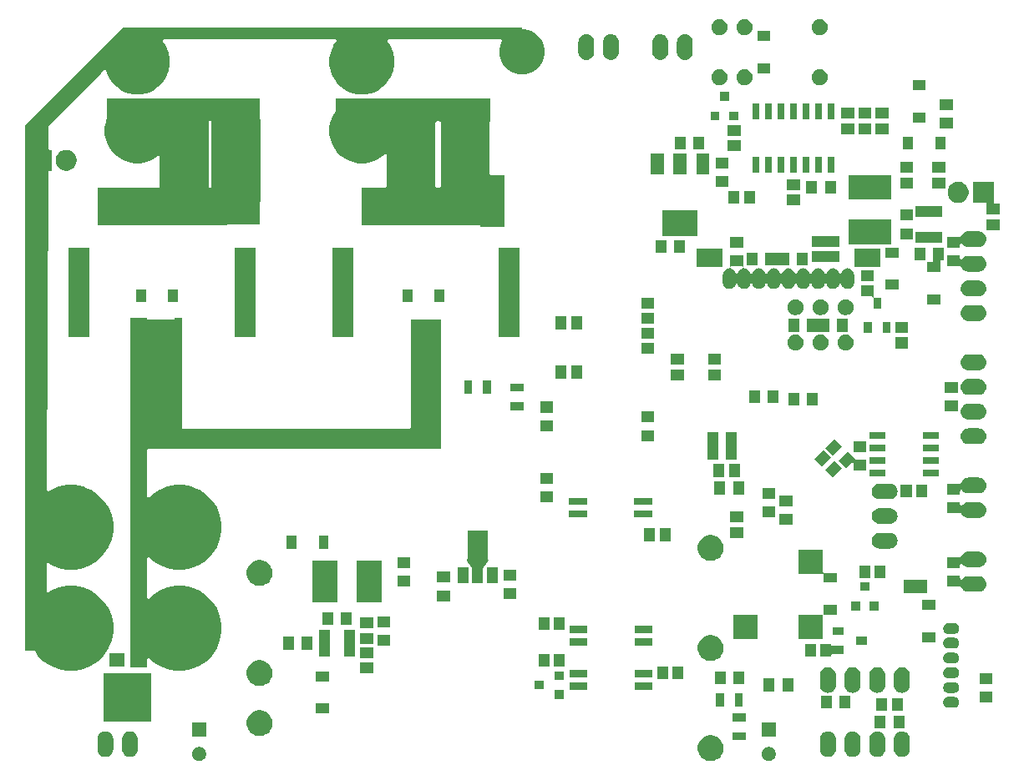
<source format=gbr>
G04 #@! TF.GenerationSoftware,KiCad,Pcbnew,(5.1.5)-3*
G04 #@! TF.CreationDate,2020-03-06T15:50:39+09:00*
G04 #@! TF.ProjectId,Electricity_Manager,456c6563-7472-4696-9369-74795f4d616e,rev?*
G04 #@! TF.SameCoordinates,Original*
G04 #@! TF.FileFunction,Soldermask,Bot*
G04 #@! TF.FilePolarity,Negative*
%FSLAX46Y46*%
G04 Gerber Fmt 4.6, Leading zero omitted, Abs format (unit mm)*
G04 Created by KiCad (PCBNEW (5.1.5)-3) date 2020-03-06 15:50:39*
%MOMM*%
%LPD*%
G04 APERTURE LIST*
%ADD10C,0.100000*%
G04 APERTURE END LIST*
D10*
G36*
X118489487Y-170908996D02*
G01*
X118726253Y-171007068D01*
X118726255Y-171007069D01*
X118854830Y-171092980D01*
X118939339Y-171149447D01*
X119120553Y-171330661D01*
X119262932Y-171543747D01*
X119361004Y-171780513D01*
X119411000Y-172031861D01*
X119411000Y-172288139D01*
X119361004Y-172539487D01*
X119295692Y-172697164D01*
X119262931Y-172776255D01*
X119120553Y-172989339D01*
X118939339Y-173170553D01*
X118726255Y-173312931D01*
X118726254Y-173312932D01*
X118726253Y-173312932D01*
X118489487Y-173411004D01*
X118238139Y-173461000D01*
X117981861Y-173461000D01*
X117730513Y-173411004D01*
X117493747Y-173312932D01*
X117493746Y-173312932D01*
X117493745Y-173312931D01*
X117280661Y-173170553D01*
X117099447Y-172989339D01*
X116957069Y-172776255D01*
X116924308Y-172697164D01*
X116858996Y-172539487D01*
X116809000Y-172288139D01*
X116809000Y-172031861D01*
X116858996Y-171780513D01*
X116957068Y-171543747D01*
X117099447Y-171330661D01*
X117280661Y-171149447D01*
X117365170Y-171092980D01*
X117493745Y-171007069D01*
X117493747Y-171007068D01*
X117730513Y-170908996D01*
X117981861Y-170859000D01*
X118238139Y-170859000D01*
X118489487Y-170908996D01*
G37*
G36*
X66454473Y-172075938D02*
G01*
X66582049Y-172128782D01*
X66696859Y-172205495D01*
X66794505Y-172303141D01*
X66871218Y-172417951D01*
X66924062Y-172545527D01*
X66951000Y-172680956D01*
X66951000Y-172819044D01*
X66924062Y-172954473D01*
X66871218Y-173082049D01*
X66794505Y-173196859D01*
X66696859Y-173294505D01*
X66582049Y-173371218D01*
X66454473Y-173424062D01*
X66319044Y-173451000D01*
X66180956Y-173451000D01*
X66045527Y-173424062D01*
X65917951Y-173371218D01*
X65803141Y-173294505D01*
X65705495Y-173196859D01*
X65628782Y-173082049D01*
X65575938Y-172954473D01*
X65549000Y-172819044D01*
X65549000Y-172680956D01*
X65575938Y-172545527D01*
X65628782Y-172417951D01*
X65705495Y-172303141D01*
X65803141Y-172205495D01*
X65917951Y-172128782D01*
X66045527Y-172075938D01*
X66180956Y-172049000D01*
X66319044Y-172049000D01*
X66454473Y-172075938D01*
G37*
G36*
X124204473Y-172075938D02*
G01*
X124332049Y-172128782D01*
X124446859Y-172205495D01*
X124544505Y-172303141D01*
X124621218Y-172417951D01*
X124674062Y-172545527D01*
X124701000Y-172680956D01*
X124701000Y-172819044D01*
X124674062Y-172954473D01*
X124621218Y-173082049D01*
X124544505Y-173196859D01*
X124446859Y-173294505D01*
X124332049Y-173371218D01*
X124204473Y-173424062D01*
X124069044Y-173451000D01*
X123930956Y-173451000D01*
X123795527Y-173424062D01*
X123667951Y-173371218D01*
X123553141Y-173294505D01*
X123455495Y-173196859D01*
X123378782Y-173082049D01*
X123325938Y-172954473D01*
X123299000Y-172819044D01*
X123299000Y-172680956D01*
X123325938Y-172545527D01*
X123378782Y-172417951D01*
X123455495Y-172303141D01*
X123553141Y-172205495D01*
X123667951Y-172128782D01*
X123795527Y-172075938D01*
X123930956Y-172049000D01*
X124069044Y-172049000D01*
X124204473Y-172075938D01*
G37*
G36*
X130157022Y-170460590D02*
G01*
X130257681Y-170491125D01*
X130308012Y-170506392D01*
X130387725Y-170549000D01*
X130447164Y-170580771D01*
X130569133Y-170680867D01*
X130644688Y-170772932D01*
X130669229Y-170802835D01*
X130743608Y-170941987D01*
X130746342Y-170951000D01*
X130789410Y-171092977D01*
X130801000Y-171210655D01*
X130801000Y-172289345D01*
X130789410Y-172407023D01*
X130758875Y-172507682D01*
X130743608Y-172558013D01*
X130669229Y-172697165D01*
X130569133Y-172819133D01*
X130447165Y-172919229D01*
X130308013Y-172993608D01*
X130257682Y-173008875D01*
X130157023Y-173039410D01*
X130000000Y-173054875D01*
X129842978Y-173039410D01*
X129742319Y-173008875D01*
X129691988Y-172993608D01*
X129552836Y-172919229D01*
X129430868Y-172819133D01*
X129330772Y-172697165D01*
X129256393Y-172558013D01*
X129241126Y-172507682D01*
X129210591Y-172407023D01*
X129199001Y-172289345D01*
X129199000Y-171210656D01*
X129210590Y-171092978D01*
X129241125Y-170992319D01*
X129256392Y-170941988D01*
X129330771Y-170802836D01*
X129355313Y-170772931D01*
X129430867Y-170680867D01*
X129552835Y-170580771D01*
X129612274Y-170549000D01*
X129691987Y-170506392D01*
X129742318Y-170491125D01*
X129842977Y-170460590D01*
X130000000Y-170445125D01*
X130157022Y-170460590D01*
G37*
G36*
X59407023Y-170460590D02*
G01*
X59507682Y-170491125D01*
X59558013Y-170506392D01*
X59697165Y-170580771D01*
X59819133Y-170680867D01*
X59919229Y-170802835D01*
X59993608Y-170941987D01*
X59996342Y-170951000D01*
X60039410Y-171092977D01*
X60051000Y-171210655D01*
X60051000Y-172289345D01*
X60039410Y-172407023D01*
X60008875Y-172507682D01*
X59993608Y-172558013D01*
X59927893Y-172680956D01*
X59919229Y-172697165D01*
X59819133Y-172819133D01*
X59697164Y-172919229D01*
X59558012Y-172993608D01*
X59507681Y-173008875D01*
X59407022Y-173039410D01*
X59250000Y-173054875D01*
X59092977Y-173039410D01*
X58992318Y-173008875D01*
X58941987Y-172993608D01*
X58802835Y-172919229D01*
X58680867Y-172819133D01*
X58580771Y-172697164D01*
X58506393Y-172558013D01*
X58506392Y-172558012D01*
X58463906Y-172417952D01*
X58460590Y-172407022D01*
X58450359Y-172303141D01*
X58449000Y-172289345D01*
X58449001Y-171210654D01*
X58460591Y-171092979D01*
X58460591Y-171092977D01*
X58503659Y-170951000D01*
X58506393Y-170941987D01*
X58580772Y-170802835D01*
X58680868Y-170680867D01*
X58802836Y-170580771D01*
X58941988Y-170506392D01*
X58992319Y-170491125D01*
X59092978Y-170460590D01*
X59250000Y-170445125D01*
X59407023Y-170460590D01*
G37*
G36*
X56907023Y-170460590D02*
G01*
X57007682Y-170491125D01*
X57058013Y-170506392D01*
X57197165Y-170580771D01*
X57319133Y-170680867D01*
X57419229Y-170802835D01*
X57493608Y-170941987D01*
X57496342Y-170951000D01*
X57539410Y-171092977D01*
X57551000Y-171210655D01*
X57551000Y-172289345D01*
X57539410Y-172407023D01*
X57508875Y-172507682D01*
X57493608Y-172558013D01*
X57427893Y-172680956D01*
X57419229Y-172697165D01*
X57319133Y-172819133D01*
X57197164Y-172919229D01*
X57058012Y-172993608D01*
X57007681Y-173008875D01*
X56907022Y-173039410D01*
X56750000Y-173054875D01*
X56592977Y-173039410D01*
X56492318Y-173008875D01*
X56441987Y-172993608D01*
X56302835Y-172919229D01*
X56180867Y-172819133D01*
X56080771Y-172697164D01*
X56006393Y-172558013D01*
X56006392Y-172558012D01*
X55963906Y-172417952D01*
X55960590Y-172407022D01*
X55950359Y-172303141D01*
X55949000Y-172289345D01*
X55949001Y-171210654D01*
X55960591Y-171092979D01*
X55960591Y-171092977D01*
X56003659Y-170951000D01*
X56006393Y-170941987D01*
X56080772Y-170802835D01*
X56180868Y-170680867D01*
X56302836Y-170580771D01*
X56441988Y-170506392D01*
X56492319Y-170491125D01*
X56592978Y-170460590D01*
X56750000Y-170445125D01*
X56907023Y-170460590D01*
G37*
G36*
X137657022Y-170460590D02*
G01*
X137757681Y-170491125D01*
X137808012Y-170506392D01*
X137887725Y-170549000D01*
X137947164Y-170580771D01*
X138069133Y-170680867D01*
X138144688Y-170772932D01*
X138169229Y-170802835D01*
X138243608Y-170941987D01*
X138246342Y-170951000D01*
X138289410Y-171092977D01*
X138301000Y-171210655D01*
X138301000Y-172289345D01*
X138289410Y-172407023D01*
X138258875Y-172507682D01*
X138243608Y-172558013D01*
X138169229Y-172697165D01*
X138069133Y-172819133D01*
X137947165Y-172919229D01*
X137808013Y-172993608D01*
X137757682Y-173008875D01*
X137657023Y-173039410D01*
X137500000Y-173054875D01*
X137342978Y-173039410D01*
X137242319Y-173008875D01*
X137191988Y-172993608D01*
X137052836Y-172919229D01*
X136930868Y-172819133D01*
X136830772Y-172697165D01*
X136756393Y-172558013D01*
X136741126Y-172507682D01*
X136710591Y-172407023D01*
X136699001Y-172289345D01*
X136699000Y-171210656D01*
X136710590Y-171092978D01*
X136741125Y-170992319D01*
X136756392Y-170941988D01*
X136830771Y-170802836D01*
X136855313Y-170772931D01*
X136930867Y-170680867D01*
X137052835Y-170580771D01*
X137112274Y-170549000D01*
X137191987Y-170506392D01*
X137242318Y-170491125D01*
X137342977Y-170460590D01*
X137500000Y-170445125D01*
X137657022Y-170460590D01*
G37*
G36*
X135157022Y-170460590D02*
G01*
X135257681Y-170491125D01*
X135308012Y-170506392D01*
X135387725Y-170549000D01*
X135447164Y-170580771D01*
X135569133Y-170680867D01*
X135644688Y-170772932D01*
X135669229Y-170802835D01*
X135743608Y-170941987D01*
X135746342Y-170951000D01*
X135789410Y-171092977D01*
X135801000Y-171210655D01*
X135801000Y-172289345D01*
X135789410Y-172407023D01*
X135758875Y-172507682D01*
X135743608Y-172558013D01*
X135669229Y-172697165D01*
X135569133Y-172819133D01*
X135447165Y-172919229D01*
X135308013Y-172993608D01*
X135257682Y-173008875D01*
X135157023Y-173039410D01*
X135000000Y-173054875D01*
X134842978Y-173039410D01*
X134742319Y-173008875D01*
X134691988Y-172993608D01*
X134552836Y-172919229D01*
X134430868Y-172819133D01*
X134330772Y-172697165D01*
X134256393Y-172558013D01*
X134241126Y-172507682D01*
X134210591Y-172407023D01*
X134199001Y-172289345D01*
X134199000Y-171210656D01*
X134210590Y-171092978D01*
X134241125Y-170992319D01*
X134256392Y-170941988D01*
X134330771Y-170802836D01*
X134355313Y-170772931D01*
X134430867Y-170680867D01*
X134552835Y-170580771D01*
X134612274Y-170549000D01*
X134691987Y-170506392D01*
X134742318Y-170491125D01*
X134842977Y-170460590D01*
X135000000Y-170445125D01*
X135157022Y-170460590D01*
G37*
G36*
X132657022Y-170460590D02*
G01*
X132757681Y-170491125D01*
X132808012Y-170506392D01*
X132887725Y-170549000D01*
X132947164Y-170580771D01*
X133069133Y-170680867D01*
X133144688Y-170772932D01*
X133169229Y-170802835D01*
X133243608Y-170941987D01*
X133246342Y-170951000D01*
X133289410Y-171092977D01*
X133301000Y-171210655D01*
X133301000Y-172289345D01*
X133289410Y-172407023D01*
X133258875Y-172507682D01*
X133243608Y-172558013D01*
X133169229Y-172697165D01*
X133069133Y-172819133D01*
X132947165Y-172919229D01*
X132808013Y-172993608D01*
X132757682Y-173008875D01*
X132657023Y-173039410D01*
X132500000Y-173054875D01*
X132342978Y-173039410D01*
X132242319Y-173008875D01*
X132191988Y-172993608D01*
X132052836Y-172919229D01*
X131930868Y-172819133D01*
X131830772Y-172697165D01*
X131756393Y-172558013D01*
X131741126Y-172507682D01*
X131710591Y-172407023D01*
X131699001Y-172289345D01*
X131699000Y-171210656D01*
X131710590Y-171092978D01*
X131741125Y-170992319D01*
X131756392Y-170941988D01*
X131830771Y-170802836D01*
X131855313Y-170772931D01*
X131930867Y-170680867D01*
X132052835Y-170580771D01*
X132112274Y-170549000D01*
X132191987Y-170506392D01*
X132242318Y-170491125D01*
X132342977Y-170460590D01*
X132500000Y-170445125D01*
X132657022Y-170460590D01*
G37*
G36*
X121701000Y-171351000D02*
G01*
X120299000Y-171351000D01*
X120299000Y-170549000D01*
X121701000Y-170549000D01*
X121701000Y-171351000D01*
G37*
G36*
X66951000Y-170951000D02*
G01*
X65549000Y-170951000D01*
X65549000Y-169549000D01*
X66951000Y-169549000D01*
X66951000Y-170951000D01*
G37*
G36*
X124701000Y-170951000D02*
G01*
X123299000Y-170951000D01*
X123299000Y-169549000D01*
X124701000Y-169549000D01*
X124701000Y-170951000D01*
G37*
G36*
X72769487Y-168368996D02*
G01*
X73006253Y-168467068D01*
X73006255Y-168467069D01*
X73219339Y-168609447D01*
X73400553Y-168790661D01*
X73542932Y-169003747D01*
X73641004Y-169240513D01*
X73691000Y-169491861D01*
X73691000Y-169748139D01*
X73641004Y-169999487D01*
X73578245Y-170151000D01*
X73542931Y-170236255D01*
X73400553Y-170449339D01*
X73219339Y-170630553D01*
X73006255Y-170772931D01*
X73006254Y-170772932D01*
X73006253Y-170772932D01*
X72769487Y-170871004D01*
X72518139Y-170921000D01*
X72261861Y-170921000D01*
X72010513Y-170871004D01*
X71773747Y-170772932D01*
X71773746Y-170772932D01*
X71773745Y-170772931D01*
X71560661Y-170630553D01*
X71379447Y-170449339D01*
X71237069Y-170236255D01*
X71201755Y-170151000D01*
X71138996Y-169999487D01*
X71089000Y-169748139D01*
X71089000Y-169491861D01*
X71138996Y-169240513D01*
X71237068Y-169003747D01*
X71379447Y-168790661D01*
X71560661Y-168609447D01*
X71773745Y-168467069D01*
X71773747Y-168467068D01*
X72010513Y-168368996D01*
X72261861Y-168319000D01*
X72518139Y-168319000D01*
X72769487Y-168368996D01*
G37*
G36*
X135851000Y-170151000D02*
G01*
X134749000Y-170151000D01*
X134749000Y-168849000D01*
X135851000Y-168849000D01*
X135851000Y-170151000D01*
G37*
G36*
X137731000Y-170151000D02*
G01*
X136629000Y-170151000D01*
X136629000Y-168849000D01*
X137731000Y-168849000D01*
X137731000Y-170151000D01*
G37*
G36*
X61411000Y-169491000D02*
G01*
X56589000Y-169491000D01*
X56589000Y-164589000D01*
X61411000Y-164589000D01*
X61411000Y-169491000D01*
G37*
G36*
X121701000Y-169451000D02*
G01*
X120299000Y-169451000D01*
X120299000Y-168649000D01*
X121701000Y-168649000D01*
X121701000Y-169451000D01*
G37*
G36*
X79411000Y-168641000D02*
G01*
X78089000Y-168641000D01*
X78089000Y-167629000D01*
X79411000Y-167629000D01*
X79411000Y-168641000D01*
G37*
G36*
X137581000Y-168401000D02*
G01*
X136479000Y-168401000D01*
X136479000Y-167099000D01*
X137581000Y-167099000D01*
X137581000Y-168401000D01*
G37*
G36*
X136021000Y-168401000D02*
G01*
X134919000Y-168401000D01*
X134919000Y-167099000D01*
X136021000Y-167099000D01*
X136021000Y-168401000D01*
G37*
G36*
X130371000Y-168151000D02*
G01*
X129269000Y-168151000D01*
X129269000Y-166849000D01*
X130371000Y-166849000D01*
X130371000Y-168151000D01*
G37*
G36*
X132251000Y-168151000D02*
G01*
X131149000Y-168151000D01*
X131149000Y-166849000D01*
X132251000Y-166849000D01*
X132251000Y-168151000D01*
G37*
G36*
X142870015Y-166956973D02*
G01*
X142973879Y-166988479D01*
X143001055Y-167003005D01*
X143069600Y-167039643D01*
X143153501Y-167108499D01*
X143222357Y-167192400D01*
X143258995Y-167260945D01*
X143273521Y-167288121D01*
X143305027Y-167391985D01*
X143315666Y-167500000D01*
X143305027Y-167608015D01*
X143273521Y-167711879D01*
X143273519Y-167711882D01*
X143222357Y-167807600D01*
X143153501Y-167891501D01*
X143069600Y-167960357D01*
X143001055Y-167996995D01*
X142973879Y-168011521D01*
X142870015Y-168043027D01*
X142789067Y-168051000D01*
X142210933Y-168051000D01*
X142129985Y-168043027D01*
X142026121Y-168011521D01*
X141998945Y-167996995D01*
X141930400Y-167960357D01*
X141846499Y-167891501D01*
X141777643Y-167807600D01*
X141726481Y-167711882D01*
X141726479Y-167711879D01*
X141694973Y-167608015D01*
X141684334Y-167500000D01*
X141694973Y-167391985D01*
X141726479Y-167288121D01*
X141741005Y-167260945D01*
X141777643Y-167192400D01*
X141846499Y-167108499D01*
X141930400Y-167039643D01*
X141998945Y-167003005D01*
X142026121Y-166988479D01*
X142129985Y-166956973D01*
X142210933Y-166949000D01*
X142789067Y-166949000D01*
X142870015Y-166956973D01*
G37*
G36*
X121351000Y-167951000D02*
G01*
X120549000Y-167951000D01*
X120549000Y-166549000D01*
X121351000Y-166549000D01*
X121351000Y-167951000D01*
G37*
G36*
X119451000Y-167951000D02*
G01*
X118649000Y-167951000D01*
X118649000Y-166549000D01*
X119451000Y-166549000D01*
X119451000Y-167951000D01*
G37*
G36*
X146651000Y-167501000D02*
G01*
X145349000Y-167501000D01*
X145349000Y-166399000D01*
X146651000Y-166399000D01*
X146651000Y-167501000D01*
G37*
G36*
X103201810Y-167151050D02*
G01*
X102299710Y-167151050D01*
X102299710Y-166248950D01*
X103201810Y-166248950D01*
X103201810Y-167151050D01*
G37*
G36*
X130157023Y-163960590D02*
G01*
X130248961Y-163988479D01*
X130308013Y-164006392D01*
X130447165Y-164080771D01*
X130569133Y-164180867D01*
X130669229Y-164302835D01*
X130743608Y-164441987D01*
X130743608Y-164441988D01*
X130789410Y-164592977D01*
X130801000Y-164710655D01*
X130801000Y-165789345D01*
X130789410Y-165907023D01*
X130761206Y-166000000D01*
X130743608Y-166058013D01*
X130716882Y-166108013D01*
X130669229Y-166197165D01*
X130569133Y-166319133D01*
X130480951Y-166391501D01*
X130447164Y-166419229D01*
X130308012Y-166493608D01*
X130257681Y-166508875D01*
X130157022Y-166539410D01*
X130000000Y-166554875D01*
X129842977Y-166539410D01*
X129742318Y-166508875D01*
X129691987Y-166493608D01*
X129552835Y-166419229D01*
X129519048Y-166391501D01*
X129430867Y-166319133D01*
X129330771Y-166197164D01*
X129256392Y-166058012D01*
X129238795Y-166000000D01*
X129210590Y-165907022D01*
X129199000Y-165789344D01*
X129199001Y-164710655D01*
X129210591Y-164592977D01*
X129256393Y-164441988D01*
X129256393Y-164441987D01*
X129330772Y-164302835D01*
X129430868Y-164180867D01*
X129552836Y-164080771D01*
X129691988Y-164006392D01*
X129751040Y-163988479D01*
X129842978Y-163960590D01*
X130000000Y-163945125D01*
X130157023Y-163960590D01*
G37*
G36*
X132657023Y-163960590D02*
G01*
X132748961Y-163988479D01*
X132808013Y-164006392D01*
X132947165Y-164080771D01*
X133069133Y-164180867D01*
X133169229Y-164302835D01*
X133243608Y-164441987D01*
X133243608Y-164441988D01*
X133289410Y-164592977D01*
X133301000Y-164710655D01*
X133301000Y-165789345D01*
X133289410Y-165907023D01*
X133261206Y-166000000D01*
X133243608Y-166058013D01*
X133216882Y-166108013D01*
X133169229Y-166197165D01*
X133069133Y-166319133D01*
X132980951Y-166391501D01*
X132947164Y-166419229D01*
X132808012Y-166493608D01*
X132757681Y-166508875D01*
X132657022Y-166539410D01*
X132500000Y-166554875D01*
X132342977Y-166539410D01*
X132242318Y-166508875D01*
X132191987Y-166493608D01*
X132052835Y-166419229D01*
X132019048Y-166391501D01*
X131930867Y-166319133D01*
X131830771Y-166197164D01*
X131756392Y-166058012D01*
X131738795Y-166000000D01*
X131710590Y-165907022D01*
X131699000Y-165789344D01*
X131699001Y-164710655D01*
X131710591Y-164592977D01*
X131756393Y-164441988D01*
X131756393Y-164441987D01*
X131830772Y-164302835D01*
X131930868Y-164180867D01*
X132052836Y-164080771D01*
X132191988Y-164006392D01*
X132251040Y-163988479D01*
X132342978Y-163960590D01*
X132500000Y-163945125D01*
X132657023Y-163960590D01*
G37*
G36*
X135157023Y-163960590D02*
G01*
X135248961Y-163988479D01*
X135308013Y-164006392D01*
X135447165Y-164080771D01*
X135569133Y-164180867D01*
X135669229Y-164302835D01*
X135743608Y-164441987D01*
X135743608Y-164441988D01*
X135789410Y-164592977D01*
X135801000Y-164710655D01*
X135801000Y-165789345D01*
X135789410Y-165907023D01*
X135761206Y-166000000D01*
X135743608Y-166058013D01*
X135716882Y-166108013D01*
X135669229Y-166197165D01*
X135569133Y-166319133D01*
X135480951Y-166391501D01*
X135447164Y-166419229D01*
X135308012Y-166493608D01*
X135257681Y-166508875D01*
X135157022Y-166539410D01*
X135000000Y-166554875D01*
X134842977Y-166539410D01*
X134742318Y-166508875D01*
X134691987Y-166493608D01*
X134552835Y-166419229D01*
X134519048Y-166391501D01*
X134430867Y-166319133D01*
X134330771Y-166197164D01*
X134256392Y-166058012D01*
X134238795Y-166000000D01*
X134210590Y-165907022D01*
X134199000Y-165789344D01*
X134199001Y-164710655D01*
X134210591Y-164592977D01*
X134256393Y-164441988D01*
X134256393Y-164441987D01*
X134330772Y-164302835D01*
X134430868Y-164180867D01*
X134552836Y-164080771D01*
X134691988Y-164006392D01*
X134751040Y-163988479D01*
X134842978Y-163960590D01*
X135000000Y-163945125D01*
X135157023Y-163960590D01*
G37*
G36*
X137657023Y-163960590D02*
G01*
X137748961Y-163988479D01*
X137808013Y-164006392D01*
X137947165Y-164080771D01*
X138069133Y-164180867D01*
X138169229Y-164302835D01*
X138243608Y-164441987D01*
X138243608Y-164441988D01*
X138289410Y-164592977D01*
X138301000Y-164710655D01*
X138301000Y-165789345D01*
X138289410Y-165907023D01*
X138261206Y-166000000D01*
X138243608Y-166058013D01*
X138216882Y-166108013D01*
X138169229Y-166197165D01*
X138069133Y-166319133D01*
X137980951Y-166391501D01*
X137947164Y-166419229D01*
X137808012Y-166493608D01*
X137757681Y-166508875D01*
X137657022Y-166539410D01*
X137500000Y-166554875D01*
X137342977Y-166539410D01*
X137242318Y-166508875D01*
X137191987Y-166493608D01*
X137052835Y-166419229D01*
X137019048Y-166391501D01*
X136930867Y-166319133D01*
X136830771Y-166197164D01*
X136756392Y-166058012D01*
X136738795Y-166000000D01*
X136710590Y-165907022D01*
X136699000Y-165789344D01*
X136699001Y-164710655D01*
X136710591Y-164592977D01*
X136756393Y-164441988D01*
X136756393Y-164441987D01*
X136830772Y-164302835D01*
X136930868Y-164180867D01*
X137052836Y-164080771D01*
X137191988Y-164006392D01*
X137251040Y-163988479D01*
X137342978Y-163960590D01*
X137500000Y-163945125D01*
X137657023Y-163960590D01*
G37*
G36*
X142870015Y-165456973D02*
G01*
X142973879Y-165488479D01*
X143001055Y-165503005D01*
X143069600Y-165539643D01*
X143153501Y-165608499D01*
X143222357Y-165692400D01*
X143258995Y-165760945D01*
X143273521Y-165788121D01*
X143305027Y-165891985D01*
X143315666Y-166000000D01*
X143305027Y-166108015D01*
X143273521Y-166211879D01*
X143273519Y-166211882D01*
X143222357Y-166307600D01*
X143153501Y-166391501D01*
X143069600Y-166460357D01*
X143007391Y-166493608D01*
X142973879Y-166511521D01*
X142870015Y-166543027D01*
X142789067Y-166551000D01*
X142210933Y-166551000D01*
X142129985Y-166543027D01*
X142026121Y-166511521D01*
X141992609Y-166493608D01*
X141930400Y-166460357D01*
X141846499Y-166391501D01*
X141777643Y-166307600D01*
X141726481Y-166211882D01*
X141726479Y-166211879D01*
X141694973Y-166108015D01*
X141684334Y-166000000D01*
X141694973Y-165891985D01*
X141726479Y-165788121D01*
X141741005Y-165760945D01*
X141777643Y-165692400D01*
X141846499Y-165608499D01*
X141930400Y-165539643D01*
X141998945Y-165503005D01*
X142026121Y-165488479D01*
X142129985Y-165456973D01*
X142210933Y-165449000D01*
X142789067Y-165449000D01*
X142870015Y-165456973D01*
G37*
G36*
X124601000Y-166401000D02*
G01*
X123499000Y-166401000D01*
X123499000Y-165099000D01*
X124601000Y-165099000D01*
X124601000Y-166401000D01*
G37*
G36*
X126481000Y-166401000D02*
G01*
X125379000Y-166401000D01*
X125379000Y-165099000D01*
X126481000Y-165099000D01*
X126481000Y-166401000D01*
G37*
G36*
X105601000Y-166261000D02*
G01*
X103799000Y-166261000D01*
X103799000Y-165509000D01*
X105601000Y-165509000D01*
X105601000Y-166261000D01*
G37*
G36*
X112201000Y-166261000D02*
G01*
X110399000Y-166261000D01*
X110399000Y-165509000D01*
X112201000Y-165509000D01*
X112201000Y-166261000D01*
G37*
G36*
X101202830Y-166201050D02*
G01*
X100300730Y-166201050D01*
X100300730Y-165298950D01*
X101202830Y-165298950D01*
X101202830Y-166201050D01*
G37*
G36*
X72769487Y-163288996D02*
G01*
X73006253Y-163387068D01*
X73006255Y-163387069D01*
X73192508Y-163511519D01*
X73219339Y-163529447D01*
X73400553Y-163710661D01*
X73542932Y-163923747D01*
X73641004Y-164160513D01*
X73691000Y-164411861D01*
X73691000Y-164668139D01*
X73641004Y-164919487D01*
X73624075Y-164960356D01*
X73542931Y-165156255D01*
X73400553Y-165369339D01*
X73219339Y-165550553D01*
X73006255Y-165692931D01*
X73006254Y-165692932D01*
X73006253Y-165692932D01*
X72769487Y-165791004D01*
X72518139Y-165841000D01*
X72261861Y-165841000D01*
X72010513Y-165791004D01*
X71773747Y-165692932D01*
X71773746Y-165692932D01*
X71773745Y-165692931D01*
X71560661Y-165550553D01*
X71379447Y-165369339D01*
X71237069Y-165156255D01*
X71155925Y-164960356D01*
X71138996Y-164919487D01*
X71089000Y-164668139D01*
X71089000Y-164411861D01*
X71138996Y-164160513D01*
X71237068Y-163923747D01*
X71379447Y-163710661D01*
X71560661Y-163529447D01*
X71587492Y-163511519D01*
X71773745Y-163387069D01*
X71773747Y-163387068D01*
X72010513Y-163288996D01*
X72261861Y-163239000D01*
X72518139Y-163239000D01*
X72769487Y-163288996D01*
G37*
G36*
X119621000Y-165651000D02*
G01*
X118519000Y-165651000D01*
X118519000Y-164349000D01*
X119621000Y-164349000D01*
X119621000Y-165651000D01*
G37*
G36*
X121501000Y-165651000D02*
G01*
X120399000Y-165651000D01*
X120399000Y-164349000D01*
X121501000Y-164349000D01*
X121501000Y-165651000D01*
G37*
G36*
X146651000Y-165621000D02*
G01*
X145349000Y-165621000D01*
X145349000Y-164519000D01*
X146651000Y-164519000D01*
X146651000Y-165621000D01*
G37*
G36*
X79411000Y-165371000D02*
G01*
X78089000Y-165371000D01*
X78089000Y-164359000D01*
X79411000Y-164359000D01*
X79411000Y-165371000D01*
G37*
G36*
X103201810Y-165251050D02*
G01*
X102299710Y-165251050D01*
X102299710Y-164348950D01*
X103201810Y-164348950D01*
X103201810Y-165251050D01*
G37*
G36*
X113771000Y-165151000D02*
G01*
X112669000Y-165151000D01*
X112669000Y-163849000D01*
X113771000Y-163849000D01*
X113771000Y-165151000D01*
G37*
G36*
X115331000Y-165151000D02*
G01*
X114229000Y-165151000D01*
X114229000Y-163849000D01*
X115331000Y-163849000D01*
X115331000Y-165151000D01*
G37*
G36*
X142870015Y-163956973D02*
G01*
X142973879Y-163988479D01*
X142983944Y-163993859D01*
X143069600Y-164039643D01*
X143153501Y-164108499D01*
X143222357Y-164192400D01*
X143247265Y-164239000D01*
X143273521Y-164288121D01*
X143305027Y-164391985D01*
X143315666Y-164500000D01*
X143305027Y-164608015D01*
X143273521Y-164711879D01*
X143273519Y-164711882D01*
X143222357Y-164807600D01*
X143153501Y-164891501D01*
X143069600Y-164960357D01*
X143001055Y-164996995D01*
X142973879Y-165011521D01*
X142870015Y-165043027D01*
X142789067Y-165051000D01*
X142210933Y-165051000D01*
X142129985Y-165043027D01*
X142026121Y-165011521D01*
X141998945Y-164996995D01*
X141930400Y-164960357D01*
X141846499Y-164891501D01*
X141777643Y-164807600D01*
X141726481Y-164711882D01*
X141726479Y-164711879D01*
X141694973Y-164608015D01*
X141684334Y-164500000D01*
X141694973Y-164391985D01*
X141726479Y-164288121D01*
X141752735Y-164239000D01*
X141777643Y-164192400D01*
X141846499Y-164108499D01*
X141930400Y-164039643D01*
X142016056Y-163993859D01*
X142026121Y-163988479D01*
X142129985Y-163956973D01*
X142210933Y-163949000D01*
X142789067Y-163949000D01*
X142870015Y-163956973D01*
G37*
G36*
X105601000Y-164991000D02*
G01*
X103799000Y-164991000D01*
X103799000Y-164239000D01*
X105601000Y-164239000D01*
X105601000Y-164991000D01*
G37*
G36*
X112201000Y-164991000D02*
G01*
X110399000Y-164991000D01*
X110399000Y-164239000D01*
X112201000Y-164239000D01*
X112201000Y-164991000D01*
G37*
G36*
X83901000Y-164581000D02*
G01*
X82599000Y-164581000D01*
X82599000Y-163479000D01*
X83901000Y-163479000D01*
X83901000Y-164581000D01*
G37*
G36*
X61000000Y-128574001D02*
G01*
X61002402Y-128598387D01*
X61009515Y-128621836D01*
X61021066Y-128643447D01*
X61036611Y-128662389D01*
X61055553Y-128677934D01*
X61077164Y-128689485D01*
X61100613Y-128696598D01*
X61124999Y-128699000D01*
X63625001Y-128699000D01*
X63649387Y-128696598D01*
X63672836Y-128689485D01*
X63694447Y-128677934D01*
X63713389Y-128662389D01*
X63728934Y-128643447D01*
X63740485Y-128621836D01*
X63747598Y-128598387D01*
X63750000Y-128574001D01*
X63750000Y-128500000D01*
X64500000Y-128500000D01*
X64500000Y-139625001D01*
X64502402Y-139649387D01*
X64509515Y-139672836D01*
X64521066Y-139694447D01*
X64536611Y-139713389D01*
X64555553Y-139728934D01*
X64577164Y-139740485D01*
X64600613Y-139747598D01*
X64624999Y-139750000D01*
X87574001Y-139750000D01*
X87598387Y-139747598D01*
X87621836Y-139740485D01*
X87643447Y-139728934D01*
X87662389Y-139713389D01*
X87677934Y-139694447D01*
X87689485Y-139672836D01*
X87696598Y-139649387D01*
X87699000Y-139625001D01*
X87699000Y-128699000D01*
X90801000Y-128699000D01*
X90801000Y-141801000D01*
X87674198Y-141801000D01*
X87662389Y-141786611D01*
X87643447Y-141771066D01*
X87621836Y-141759515D01*
X87598387Y-141752402D01*
X87574001Y-141750000D01*
X64175999Y-141750000D01*
X64151613Y-141752402D01*
X64128164Y-141759515D01*
X64106553Y-141771066D01*
X64087611Y-141786611D01*
X64075802Y-141801000D01*
X61124999Y-141801000D01*
X61100613Y-141803402D01*
X61077164Y-141810515D01*
X61055553Y-141822066D01*
X61036611Y-141837611D01*
X61021066Y-141856553D01*
X61009515Y-141878164D01*
X61002402Y-141901613D01*
X61000000Y-141925999D01*
X61000000Y-146615693D01*
X61002402Y-146640079D01*
X61009515Y-146663528D01*
X61021066Y-146685139D01*
X61036611Y-146704081D01*
X61055553Y-146719626D01*
X61077164Y-146731177D01*
X61100613Y-146738290D01*
X61124999Y-146740692D01*
X61149385Y-146738290D01*
X61172834Y-146731177D01*
X61194445Y-146719626D01*
X61213381Y-146704086D01*
X61508272Y-146409195D01*
X62212712Y-145938503D01*
X62527745Y-145808012D01*
X62995446Y-145614284D01*
X63826387Y-145449000D01*
X64673613Y-145449000D01*
X65504554Y-145614284D01*
X65972255Y-145808012D01*
X66287288Y-145938503D01*
X66991728Y-146409195D01*
X67590805Y-147008272D01*
X68061497Y-147712712D01*
X68061498Y-147712714D01*
X68385716Y-148495446D01*
X68551000Y-149326387D01*
X68551000Y-150173613D01*
X68385716Y-151004554D01*
X68092740Y-151711861D01*
X68061497Y-151787288D01*
X67590805Y-152491728D01*
X66991728Y-153090805D01*
X66287288Y-153561497D01*
X66287287Y-153561498D01*
X66287286Y-153561498D01*
X65504554Y-153885716D01*
X64673613Y-154051000D01*
X63826387Y-154051000D01*
X62995446Y-153885716D01*
X62212714Y-153561498D01*
X62212713Y-153561498D01*
X62212712Y-153561497D01*
X61508272Y-153090805D01*
X61213381Y-152795914D01*
X61194445Y-152780374D01*
X61172834Y-152768823D01*
X61149385Y-152761710D01*
X61124999Y-152759308D01*
X61100613Y-152761710D01*
X61077164Y-152768823D01*
X61055553Y-152780374D01*
X61036611Y-152795919D01*
X61021066Y-152814861D01*
X61009515Y-152836472D01*
X61002402Y-152859921D01*
X61000000Y-152884307D01*
X61000000Y-156865693D01*
X61002402Y-156890079D01*
X61009515Y-156913528D01*
X61021066Y-156935139D01*
X61036611Y-156954081D01*
X61055553Y-156969626D01*
X61077164Y-156981177D01*
X61100613Y-156988290D01*
X61124999Y-156990692D01*
X61149385Y-156988290D01*
X61172834Y-156981177D01*
X61194445Y-156969626D01*
X61213381Y-156954086D01*
X61508272Y-156659195D01*
X62212712Y-156188503D01*
X62212714Y-156188502D01*
X62995446Y-155864284D01*
X63826387Y-155699000D01*
X64673613Y-155699000D01*
X65504554Y-155864284D01*
X66287286Y-156188502D01*
X66287288Y-156188503D01*
X66991728Y-156659195D01*
X67590805Y-157258272D01*
X68061497Y-157962712D01*
X68061498Y-157962714D01*
X68385716Y-158745446D01*
X68551000Y-159576387D01*
X68551000Y-160423613D01*
X68385716Y-161254554D01*
X68093363Y-161960356D01*
X68061497Y-162037288D01*
X67590805Y-162741728D01*
X66991728Y-163340805D01*
X66287288Y-163811497D01*
X66287287Y-163811498D01*
X66287286Y-163811498D01*
X65504554Y-164135716D01*
X64673613Y-164301000D01*
X63826387Y-164301000D01*
X62995446Y-164135716D01*
X62212714Y-163811498D01*
X62212713Y-163811498D01*
X62212712Y-163811497D01*
X61508272Y-163340805D01*
X61213381Y-163045914D01*
X61194445Y-163030374D01*
X61172834Y-163018823D01*
X61149385Y-163011710D01*
X61124999Y-163009308D01*
X61100613Y-163011710D01*
X61077164Y-163018823D01*
X61055553Y-163030374D01*
X61036611Y-163045919D01*
X61021066Y-163064861D01*
X61009515Y-163086472D01*
X61002402Y-163109921D01*
X61000000Y-163134307D01*
X61000000Y-164000000D01*
X59250000Y-164000000D01*
X59250000Y-128500000D01*
X61000000Y-128500000D01*
X61000000Y-128574001D01*
G37*
G36*
X99000000Y-99073561D02*
G01*
X99002402Y-99097947D01*
X99009515Y-99121396D01*
X99021066Y-99143007D01*
X99036611Y-99161949D01*
X99055553Y-99177494D01*
X99077164Y-99189045D01*
X99100613Y-99196158D01*
X99124999Y-99198560D01*
X99226673Y-99198560D01*
X99671304Y-99287002D01*
X100090139Y-99460489D01*
X100090141Y-99460490D01*
X100176592Y-99518255D01*
X100464442Y-99710590D01*
X100467083Y-99712355D01*
X100787645Y-100032917D01*
X101030073Y-100395735D01*
X101039511Y-100409861D01*
X101212998Y-100828696D01*
X101301440Y-101273327D01*
X101301440Y-101726673D01*
X101212998Y-102171304D01*
X101039511Y-102590139D01*
X100787646Y-102967082D01*
X100467082Y-103287646D01*
X100375265Y-103348996D01*
X100090141Y-103539510D01*
X100090140Y-103539511D01*
X100090139Y-103539511D01*
X99671304Y-103712998D01*
X99226673Y-103801440D01*
X98773327Y-103801440D01*
X98328696Y-103712998D01*
X97909861Y-103539511D01*
X97909860Y-103539511D01*
X97909859Y-103539510D01*
X97624735Y-103348996D01*
X97532918Y-103287646D01*
X97212354Y-102967082D01*
X96960489Y-102590139D01*
X96787002Y-102171304D01*
X96698560Y-101726673D01*
X96698560Y-101273327D01*
X96787002Y-100828695D01*
X96955115Y-100422834D01*
X96962228Y-100399385D01*
X96964630Y-100374999D01*
X96962228Y-100350613D01*
X96955115Y-100327164D01*
X96943564Y-100305553D01*
X96928019Y-100286611D01*
X96909077Y-100271066D01*
X96887466Y-100259515D01*
X96864017Y-100252402D01*
X96839631Y-100250000D01*
X85450533Y-100250000D01*
X85426147Y-100252402D01*
X85402698Y-100259515D01*
X85381087Y-100271066D01*
X85362145Y-100286611D01*
X85346600Y-100305553D01*
X85335049Y-100327164D01*
X85327936Y-100350613D01*
X85325534Y-100374999D01*
X85327936Y-100399385D01*
X85335049Y-100422834D01*
X85346596Y-100444438D01*
X85603349Y-100828696D01*
X85675309Y-100936392D01*
X85924145Y-101537135D01*
X86051000Y-102174879D01*
X86051000Y-102825121D01*
X85924145Y-103462865D01*
X85701687Y-103999925D01*
X85675308Y-104063610D01*
X85314054Y-104604265D01*
X84854265Y-105064054D01*
X84313610Y-105425308D01*
X84313609Y-105425309D01*
X84313608Y-105425309D01*
X83712865Y-105674145D01*
X83075121Y-105801000D01*
X82424879Y-105801000D01*
X81787135Y-105674145D01*
X81186392Y-105425309D01*
X81186391Y-105425309D01*
X81186390Y-105425308D01*
X80645735Y-105064054D01*
X80185946Y-104604265D01*
X79824692Y-104063610D01*
X79798313Y-103999925D01*
X79575855Y-103462865D01*
X79449000Y-102825121D01*
X79449000Y-102174879D01*
X79575855Y-101537135D01*
X79824691Y-100936392D01*
X79896651Y-100828696D01*
X80153404Y-100444438D01*
X80164951Y-100422834D01*
X80172064Y-100399385D01*
X80174466Y-100374999D01*
X80172064Y-100350613D01*
X80164951Y-100327164D01*
X80153400Y-100305553D01*
X80137855Y-100286611D01*
X80118913Y-100271066D01*
X80097302Y-100259515D01*
X80073853Y-100252402D01*
X80049467Y-100250000D01*
X62700533Y-100250000D01*
X62676147Y-100252402D01*
X62652698Y-100259515D01*
X62631087Y-100271066D01*
X62612145Y-100286611D01*
X62596600Y-100305553D01*
X62585049Y-100327164D01*
X62577936Y-100350613D01*
X62575534Y-100374999D01*
X62577936Y-100399385D01*
X62585049Y-100422834D01*
X62596596Y-100444438D01*
X62853349Y-100828696D01*
X62925309Y-100936392D01*
X63174145Y-101537135D01*
X63301000Y-102174879D01*
X63301000Y-102825121D01*
X63174145Y-103462865D01*
X62951687Y-103999925D01*
X62925308Y-104063610D01*
X62564054Y-104604265D01*
X62104265Y-105064054D01*
X61563610Y-105425308D01*
X61563609Y-105425309D01*
X61563608Y-105425309D01*
X60962865Y-105674145D01*
X60325121Y-105801000D01*
X59674879Y-105801000D01*
X59037135Y-105674145D01*
X58436392Y-105425309D01*
X58436391Y-105425309D01*
X58436390Y-105425308D01*
X57895735Y-105064054D01*
X57435946Y-104604265D01*
X57074692Y-104063610D01*
X57048313Y-103999925D01*
X56825855Y-103462865D01*
X56819028Y-103428543D01*
X56811915Y-103405094D01*
X56800364Y-103383483D01*
X56784819Y-103364541D01*
X56765877Y-103348996D01*
X56744267Y-103337444D01*
X56720818Y-103330331D01*
X56696432Y-103327929D01*
X56672046Y-103330331D01*
X56648597Y-103337444D01*
X56626986Y-103348995D01*
X56604833Y-103367872D01*
X56301165Y-103694900D01*
X56250000Y-103750000D01*
X51036369Y-108963631D01*
X51020824Y-108982573D01*
X51009273Y-109004184D01*
X51002160Y-109027633D01*
X50999759Y-109051432D01*
X50989168Y-111307414D01*
X50991456Y-111331811D01*
X50998459Y-111355293D01*
X51009908Y-111376958D01*
X51025364Y-111395973D01*
X51044233Y-111411607D01*
X51065789Y-111423259D01*
X51089205Y-111430482D01*
X51114166Y-111433000D01*
X51317000Y-111433000D01*
X51317000Y-113567000D01*
X51102973Y-113567000D01*
X51078587Y-113569402D01*
X51055138Y-113576515D01*
X51033527Y-113588066D01*
X51014585Y-113603611D01*
X50999040Y-113622553D01*
X50987489Y-113644164D01*
X50980376Y-113667613D01*
X50977975Y-113691412D01*
X50826469Y-145962139D01*
X50828757Y-145986536D01*
X50835760Y-146010018D01*
X50847209Y-146031683D01*
X50862665Y-146050698D01*
X50881534Y-146066332D01*
X50903090Y-146077984D01*
X50926506Y-146085207D01*
X50950880Y-146087724D01*
X50975277Y-146085436D01*
X50998759Y-146078433D01*
X51020913Y-146066659D01*
X51149355Y-145980837D01*
X51212712Y-145938503D01*
X51527745Y-145808012D01*
X51995446Y-145614284D01*
X52826387Y-145449000D01*
X53673613Y-145449000D01*
X54504554Y-145614284D01*
X54972255Y-145808012D01*
X55287288Y-145938503D01*
X55991728Y-146409195D01*
X56590805Y-147008272D01*
X57061497Y-147712712D01*
X57061498Y-147712714D01*
X57385716Y-148495446D01*
X57551000Y-149326387D01*
X57551000Y-150173613D01*
X57385716Y-151004554D01*
X57092740Y-151711861D01*
X57061497Y-151787288D01*
X56590805Y-152491728D01*
X55991728Y-153090805D01*
X55287288Y-153561497D01*
X55287287Y-153561498D01*
X55287286Y-153561498D01*
X54504554Y-153885716D01*
X53673613Y-154051000D01*
X52826387Y-154051000D01*
X51995446Y-153885716D01*
X51212714Y-153561498D01*
X51212713Y-153561498D01*
X51212712Y-153561497D01*
X50985463Y-153409654D01*
X50963852Y-153398103D01*
X50940403Y-153390990D01*
X50916017Y-153388588D01*
X50891631Y-153390990D01*
X50868182Y-153398103D01*
X50846571Y-153409654D01*
X50827629Y-153425199D01*
X50812084Y-153444141D01*
X50800533Y-153465752D01*
X50793420Y-153489201D01*
X50791019Y-153513000D01*
X50789070Y-153928013D01*
X50778458Y-156188503D01*
X50778195Y-156244395D01*
X50780483Y-156268792D01*
X50787486Y-156292274D01*
X50798935Y-156313939D01*
X50814391Y-156332954D01*
X50833260Y-156348588D01*
X50854816Y-156360240D01*
X50878232Y-156367463D01*
X50902606Y-156369980D01*
X50927003Y-156367692D01*
X50950485Y-156360689D01*
X50972639Y-156348915D01*
X51024984Y-156313939D01*
X51212712Y-156188503D01*
X51212714Y-156188502D01*
X51995446Y-155864284D01*
X52826387Y-155699000D01*
X53673613Y-155699000D01*
X54504554Y-155864284D01*
X55287286Y-156188502D01*
X55287288Y-156188503D01*
X55991728Y-156659195D01*
X56590805Y-157258272D01*
X57061497Y-157962712D01*
X57061498Y-157962714D01*
X57385716Y-158745446D01*
X57551000Y-159576387D01*
X57551000Y-160423613D01*
X57385716Y-161254554D01*
X57093363Y-161960356D01*
X57061497Y-162037288D01*
X56590805Y-162741728D01*
X55991728Y-163340805D01*
X55287288Y-163811497D01*
X55287287Y-163811498D01*
X55287286Y-163811498D01*
X54504554Y-164135716D01*
X53673613Y-164301000D01*
X52826387Y-164301000D01*
X51995446Y-164135716D01*
X51212714Y-163811498D01*
X51212713Y-163811498D01*
X51212712Y-163811497D01*
X50508272Y-163340805D01*
X49909195Y-162741728D01*
X49617752Y-162305553D01*
X49602207Y-162286611D01*
X49583265Y-162271066D01*
X49561654Y-162259515D01*
X49538205Y-162252402D01*
X49513819Y-162250000D01*
X48600000Y-162250000D01*
X48600000Y-108900000D01*
X58500000Y-99000000D01*
X99000000Y-99000000D01*
X99000000Y-99073561D01*
G37*
G36*
X58711000Y-163921000D02*
G01*
X57209000Y-163921000D01*
X57209000Y-162549000D01*
X58711000Y-162549000D01*
X58711000Y-163921000D01*
G37*
G36*
X101771000Y-163901000D02*
G01*
X100669000Y-163901000D01*
X100669000Y-162599000D01*
X101771000Y-162599000D01*
X101771000Y-163901000D01*
G37*
G36*
X103331000Y-163901000D02*
G01*
X102229000Y-163901000D01*
X102229000Y-162599000D01*
X103331000Y-162599000D01*
X103331000Y-163901000D01*
G37*
G36*
X142870015Y-162456973D02*
G01*
X142973879Y-162488479D01*
X143001055Y-162503005D01*
X143069600Y-162539643D01*
X143153501Y-162608499D01*
X143222357Y-162692400D01*
X143248723Y-162741728D01*
X143273521Y-162788121D01*
X143305027Y-162891985D01*
X143315666Y-163000000D01*
X143305027Y-163108015D01*
X143273521Y-163211879D01*
X143273519Y-163211882D01*
X143222357Y-163307600D01*
X143153501Y-163391501D01*
X143069600Y-163460357D01*
X143001055Y-163496995D01*
X142973879Y-163511521D01*
X142870015Y-163543027D01*
X142789067Y-163551000D01*
X142210933Y-163551000D01*
X142129985Y-163543027D01*
X142026121Y-163511521D01*
X141998945Y-163496995D01*
X141930400Y-163460357D01*
X141846499Y-163391501D01*
X141777643Y-163307600D01*
X141726481Y-163211882D01*
X141726479Y-163211879D01*
X141694973Y-163108015D01*
X141684334Y-163000000D01*
X141694973Y-162891985D01*
X141726479Y-162788121D01*
X141751277Y-162741728D01*
X141777643Y-162692400D01*
X141846499Y-162608499D01*
X141930400Y-162539643D01*
X141998945Y-162503005D01*
X142026121Y-162488479D01*
X142129985Y-162456973D01*
X142210933Y-162449000D01*
X142789067Y-162449000D01*
X142870015Y-162456973D01*
G37*
G36*
X118489487Y-160748996D02*
G01*
X118726253Y-160847068D01*
X118726255Y-160847069D01*
X118939339Y-160989447D01*
X119120553Y-161170661D01*
X119135079Y-161192400D01*
X119262932Y-161383747D01*
X119361004Y-161620513D01*
X119411000Y-161871861D01*
X119411000Y-162128139D01*
X119361004Y-162379487D01*
X119290789Y-162549000D01*
X119262931Y-162616255D01*
X119120553Y-162829339D01*
X118939339Y-163010553D01*
X118726255Y-163152931D01*
X118726254Y-163152932D01*
X118726253Y-163152932D01*
X118489487Y-163251004D01*
X118238139Y-163301000D01*
X117981861Y-163301000D01*
X117730513Y-163251004D01*
X117493747Y-163152932D01*
X117493746Y-163152932D01*
X117493745Y-163152931D01*
X117280661Y-163010553D01*
X117099447Y-162829339D01*
X116957069Y-162616255D01*
X116929211Y-162549000D01*
X116858996Y-162379487D01*
X116809000Y-162128139D01*
X116809000Y-161871861D01*
X116858996Y-161620513D01*
X116957068Y-161383747D01*
X117084922Y-161192400D01*
X117099447Y-161170661D01*
X117280661Y-160989447D01*
X117493745Y-160847069D01*
X117493747Y-160847068D01*
X117730513Y-160748996D01*
X117981861Y-160699000D01*
X118238139Y-160699000D01*
X118489487Y-160748996D01*
G37*
G36*
X83901000Y-163021000D02*
G01*
X82599000Y-163021000D01*
X82599000Y-161919000D01*
X83901000Y-161919000D01*
X83901000Y-163021000D01*
G37*
G36*
X130331000Y-161674001D02*
G01*
X130333402Y-161698387D01*
X130340515Y-161721836D01*
X130352066Y-161743447D01*
X130367611Y-161762389D01*
X130386553Y-161777934D01*
X130408164Y-161789485D01*
X130431613Y-161796598D01*
X130455999Y-161799000D01*
X131601000Y-161799000D01*
X131601000Y-162601000D01*
X130455999Y-162601000D01*
X130431613Y-162603402D01*
X130408164Y-162610515D01*
X130386553Y-162622066D01*
X130367611Y-162637611D01*
X130352066Y-162656553D01*
X130340515Y-162678164D01*
X130333402Y-162701613D01*
X130331000Y-162725999D01*
X130331000Y-162901000D01*
X129229000Y-162901000D01*
X129229000Y-161599000D01*
X130331000Y-161599000D01*
X130331000Y-161674001D01*
G37*
G36*
X128771000Y-162901000D02*
G01*
X127669000Y-162901000D01*
X127669000Y-161599000D01*
X128771000Y-161599000D01*
X128771000Y-162901000D01*
G37*
G36*
X82101860Y-162846400D02*
G01*
X80999100Y-162846400D01*
X80999100Y-160153600D01*
X82101860Y-160153600D01*
X82101860Y-162846400D01*
G37*
G36*
X79500900Y-162846400D02*
G01*
X78398140Y-162846400D01*
X78398140Y-160153600D01*
X79500900Y-160153600D01*
X79500900Y-162846400D01*
G37*
G36*
X77751000Y-162151000D02*
G01*
X76649000Y-162151000D01*
X76649000Y-160849000D01*
X77751000Y-160849000D01*
X77751000Y-162151000D01*
G37*
G36*
X75871000Y-162151000D02*
G01*
X74769000Y-162151000D01*
X74769000Y-160849000D01*
X75871000Y-160849000D01*
X75871000Y-162151000D01*
G37*
G36*
X142870015Y-160956973D02*
G01*
X142973879Y-160988479D01*
X143001055Y-161003005D01*
X143069600Y-161039643D01*
X143153501Y-161108499D01*
X143222357Y-161192400D01*
X143255579Y-161254554D01*
X143273521Y-161288121D01*
X143305027Y-161391985D01*
X143315666Y-161500000D01*
X143305027Y-161608015D01*
X143273521Y-161711879D01*
X143273519Y-161711882D01*
X143222357Y-161807600D01*
X143153501Y-161891501D01*
X143069600Y-161960357D01*
X143001055Y-161996995D01*
X142973879Y-162011521D01*
X142870015Y-162043027D01*
X142789067Y-162051000D01*
X142210933Y-162051000D01*
X142129985Y-162043027D01*
X142026121Y-162011521D01*
X141998945Y-161996995D01*
X141930400Y-161960357D01*
X141846499Y-161891501D01*
X141777643Y-161807600D01*
X141726481Y-161711882D01*
X141726479Y-161711879D01*
X141694973Y-161608015D01*
X141684334Y-161500000D01*
X141694973Y-161391985D01*
X141726479Y-161288121D01*
X141744421Y-161254554D01*
X141777643Y-161192400D01*
X141846499Y-161108499D01*
X141930400Y-161039643D01*
X141998945Y-161003005D01*
X142026121Y-160988479D01*
X142129985Y-160956973D01*
X142210933Y-160949000D01*
X142789067Y-160949000D01*
X142870015Y-160956973D01*
G37*
G36*
X112201000Y-161761000D02*
G01*
X110399000Y-161761000D01*
X110399000Y-161009000D01*
X112201000Y-161009000D01*
X112201000Y-161761000D01*
G37*
G36*
X105601000Y-161761000D02*
G01*
X103799000Y-161761000D01*
X103799000Y-161009000D01*
X105601000Y-161009000D01*
X105601000Y-161761000D01*
G37*
G36*
X85651000Y-161751000D02*
G01*
X84349000Y-161751000D01*
X84349000Y-160649000D01*
X85651000Y-160649000D01*
X85651000Y-161751000D01*
G37*
G36*
X134001000Y-161651000D02*
G01*
X132899000Y-161651000D01*
X132899000Y-160849000D01*
X134001000Y-160849000D01*
X134001000Y-161651000D01*
G37*
G36*
X83901000Y-161581000D02*
G01*
X82599000Y-161581000D01*
X82599000Y-160479000D01*
X83901000Y-160479000D01*
X83901000Y-161581000D01*
G37*
G36*
X140911000Y-161391000D02*
G01*
X139589000Y-161391000D01*
X139589000Y-160379000D01*
X140911000Y-160379000D01*
X140911000Y-161391000D01*
G37*
G36*
X122851000Y-161051000D02*
G01*
X120449000Y-161051000D01*
X120449000Y-158649000D01*
X122851000Y-158649000D01*
X122851000Y-161051000D01*
G37*
G36*
X130911000Y-158641000D02*
G01*
X129575999Y-158641000D01*
X129551613Y-158643402D01*
X129528164Y-158650515D01*
X129506553Y-158662066D01*
X129487611Y-158677611D01*
X129472066Y-158696553D01*
X129460515Y-158718164D01*
X129453402Y-158741613D01*
X129451000Y-158765999D01*
X129451000Y-161051000D01*
X127049000Y-161051000D01*
X127049000Y-158649000D01*
X129464001Y-158649000D01*
X129488387Y-158646598D01*
X129511836Y-158639485D01*
X129533447Y-158627934D01*
X129552389Y-158612389D01*
X129567934Y-158593447D01*
X129579485Y-158571836D01*
X129586598Y-158548387D01*
X129589000Y-158524001D01*
X129589000Y-157629000D01*
X130911000Y-157629000D01*
X130911000Y-158641000D01*
G37*
G36*
X131601000Y-160701000D02*
G01*
X130499000Y-160701000D01*
X130499000Y-159899000D01*
X131601000Y-159899000D01*
X131601000Y-160701000D01*
G37*
G36*
X142870015Y-159456973D02*
G01*
X142973879Y-159488479D01*
X143001055Y-159503005D01*
X143069600Y-159539643D01*
X143153501Y-159608499D01*
X143222357Y-159692400D01*
X143247265Y-159739000D01*
X143273521Y-159788121D01*
X143305027Y-159891985D01*
X143315666Y-160000000D01*
X143305027Y-160108015D01*
X143273521Y-160211879D01*
X143273519Y-160211882D01*
X143222357Y-160307600D01*
X143153501Y-160391501D01*
X143069600Y-160460357D01*
X143001055Y-160496995D01*
X142973879Y-160511521D01*
X142870015Y-160543027D01*
X142789067Y-160551000D01*
X142210933Y-160551000D01*
X142129985Y-160543027D01*
X142026121Y-160511521D01*
X141998945Y-160496995D01*
X141930400Y-160460357D01*
X141846499Y-160391501D01*
X141777643Y-160307600D01*
X141726481Y-160211882D01*
X141726479Y-160211879D01*
X141694973Y-160108015D01*
X141684334Y-160000000D01*
X141694973Y-159891985D01*
X141726479Y-159788121D01*
X141752735Y-159739000D01*
X141777643Y-159692400D01*
X141846499Y-159608499D01*
X141930400Y-159539643D01*
X141998945Y-159503005D01*
X142026121Y-159488479D01*
X142129985Y-159456973D01*
X142210933Y-159449000D01*
X142789067Y-159449000D01*
X142870015Y-159456973D01*
G37*
G36*
X112201000Y-160491000D02*
G01*
X110399000Y-160491000D01*
X110399000Y-159739000D01*
X112201000Y-159739000D01*
X112201000Y-160491000D01*
G37*
G36*
X105601000Y-160491000D02*
G01*
X103799000Y-160491000D01*
X103799000Y-159739000D01*
X105601000Y-159739000D01*
X105601000Y-160491000D01*
G37*
G36*
X103331000Y-160151000D02*
G01*
X102229000Y-160151000D01*
X102229000Y-158849000D01*
X103331000Y-158849000D01*
X103331000Y-160151000D01*
G37*
G36*
X101771000Y-160151000D02*
G01*
X100669000Y-160151000D01*
X100669000Y-158849000D01*
X101771000Y-158849000D01*
X101771000Y-160151000D01*
G37*
G36*
X83901000Y-160021000D02*
G01*
X82599000Y-160021000D01*
X82599000Y-158919000D01*
X83901000Y-158919000D01*
X83901000Y-160021000D01*
G37*
G36*
X85651000Y-159871000D02*
G01*
X84349000Y-159871000D01*
X84349000Y-158769000D01*
X85651000Y-158769000D01*
X85651000Y-159871000D01*
G37*
G36*
X79871000Y-159651000D02*
G01*
X78769000Y-159651000D01*
X78769000Y-158349000D01*
X79871000Y-158349000D01*
X79871000Y-159651000D01*
G37*
G36*
X81751000Y-159651000D02*
G01*
X80649000Y-159651000D01*
X80649000Y-158349000D01*
X81751000Y-158349000D01*
X81751000Y-159651000D01*
G37*
G36*
X133251050Y-158201810D02*
G01*
X132348950Y-158201810D01*
X132348950Y-157299710D01*
X133251050Y-157299710D01*
X133251050Y-158201810D01*
G37*
G36*
X135151050Y-158201810D02*
G01*
X134248950Y-158201810D01*
X134248950Y-157299710D01*
X135151050Y-157299710D01*
X135151050Y-158201810D01*
G37*
G36*
X140911000Y-158121000D02*
G01*
X139589000Y-158121000D01*
X139589000Y-157109000D01*
X140911000Y-157109000D01*
X140911000Y-158121000D01*
G37*
G36*
X80251000Y-157401000D02*
G01*
X77749000Y-157401000D01*
X77749000Y-153099000D01*
X80251000Y-153099000D01*
X80251000Y-157401000D01*
G37*
G36*
X84751000Y-157401000D02*
G01*
X82249000Y-157401000D01*
X82249000Y-153099000D01*
X84751000Y-153099000D01*
X84751000Y-157401000D01*
G37*
G36*
X91676000Y-157301000D02*
G01*
X90324000Y-157301000D01*
X90324000Y-156199000D01*
X91676000Y-156199000D01*
X91676000Y-157301000D01*
G37*
G36*
X98401000Y-157001000D02*
G01*
X97099000Y-157001000D01*
X97099000Y-155899000D01*
X98401000Y-155899000D01*
X98401000Y-157001000D01*
G37*
G36*
X140053600Y-156436000D02*
G01*
X137716400Y-156436000D01*
X137716400Y-155064000D01*
X140053600Y-155064000D01*
X140053600Y-156436000D01*
G37*
G36*
X143401000Y-154922538D02*
G01*
X143403402Y-154946924D01*
X143410515Y-154970373D01*
X143422066Y-154991984D01*
X143437611Y-155010926D01*
X143456553Y-155026471D01*
X143478164Y-155038022D01*
X143501613Y-155045135D01*
X143525999Y-155047537D01*
X143550385Y-155045135D01*
X143573834Y-155038022D01*
X143595445Y-155026471D01*
X143614387Y-155010926D01*
X143622625Y-155001836D01*
X143627207Y-154996253D01*
X143680867Y-154930867D01*
X143802835Y-154830771D01*
X143941987Y-154756392D01*
X143992318Y-154741125D01*
X144092977Y-154710590D01*
X144171429Y-154702863D01*
X144210654Y-154699000D01*
X145289346Y-154699000D01*
X145328571Y-154702863D01*
X145407023Y-154710590D01*
X145507682Y-154741125D01*
X145558013Y-154756392D01*
X145697165Y-154830771D01*
X145819133Y-154930867D01*
X145919229Y-155052835D01*
X145993608Y-155191987D01*
X146008875Y-155242318D01*
X146039410Y-155342977D01*
X146054875Y-155500000D01*
X146039410Y-155657023D01*
X146026676Y-155699000D01*
X145993608Y-155808013D01*
X145919229Y-155947165D01*
X145819133Y-156069133D01*
X145697165Y-156169229D01*
X145558013Y-156243608D01*
X145507682Y-156258875D01*
X145407023Y-156289410D01*
X145328571Y-156297137D01*
X145289346Y-156301000D01*
X144210654Y-156301000D01*
X144171429Y-156297137D01*
X144092977Y-156289410D01*
X143992318Y-156258875D01*
X143941987Y-156243608D01*
X143802835Y-156169229D01*
X143680867Y-156069133D01*
X143580771Y-155947165D01*
X143555026Y-155899000D01*
X143511236Y-155817075D01*
X143497622Y-155796700D01*
X143480295Y-155779373D01*
X143459921Y-155765760D01*
X143437282Y-155756382D01*
X143400997Y-155751000D01*
X142099000Y-155751000D01*
X142099000Y-154649000D01*
X143401000Y-154649000D01*
X143401000Y-154922538D01*
G37*
G36*
X134201050Y-156202830D02*
G01*
X133298950Y-156202830D01*
X133298950Y-155300730D01*
X134201050Y-155300730D01*
X134201050Y-156202830D01*
G37*
G36*
X87651000Y-155751000D02*
G01*
X86349000Y-155751000D01*
X86349000Y-154649000D01*
X87651000Y-154649000D01*
X87651000Y-155751000D01*
G37*
G36*
X72769487Y-153128996D02*
G01*
X72996031Y-153222834D01*
X73006255Y-153227069D01*
X73219339Y-153369447D01*
X73400553Y-153550661D01*
X73479778Y-153669229D01*
X73542932Y-153763747D01*
X73641004Y-154000513D01*
X73691000Y-154251861D01*
X73691000Y-154508139D01*
X73641004Y-154759487D01*
X73611477Y-154830771D01*
X73542931Y-154996255D01*
X73400553Y-155209339D01*
X73219339Y-155390553D01*
X73006255Y-155532931D01*
X73006254Y-155532932D01*
X73006253Y-155532932D01*
X72769487Y-155631004D01*
X72518139Y-155681000D01*
X72261861Y-155681000D01*
X72010513Y-155631004D01*
X71773747Y-155532932D01*
X71773746Y-155532932D01*
X71773745Y-155532931D01*
X71560661Y-155390553D01*
X71379447Y-155209339D01*
X71237069Y-154996255D01*
X71168523Y-154830771D01*
X71138996Y-154759487D01*
X71089000Y-154508139D01*
X71089000Y-154251861D01*
X71138996Y-154000513D01*
X71237068Y-153763747D01*
X71300223Y-153669229D01*
X71379447Y-153550661D01*
X71560661Y-153369447D01*
X71773745Y-153227069D01*
X71783969Y-153222834D01*
X72010513Y-153128996D01*
X72261861Y-153079000D01*
X72518139Y-153079000D01*
X72769487Y-153128996D01*
G37*
G36*
X96552520Y-155403930D02*
G01*
X95449760Y-155403930D01*
X95449760Y-153800790D01*
X96552520Y-153800790D01*
X96552520Y-155403930D01*
G37*
G36*
X93550240Y-155403930D02*
G01*
X92447480Y-155403930D01*
X92447480Y-153800790D01*
X93550240Y-153800790D01*
X93550240Y-155403930D01*
G37*
G36*
X95550490Y-152949351D02*
G01*
X95552892Y-152973737D01*
X95560005Y-152997186D01*
X95571556Y-153018797D01*
X95587101Y-153037739D01*
X95606043Y-153053284D01*
X95609116Y-153054926D01*
X95571538Y-153111198D01*
X95559992Y-153132811D01*
X95552885Y-153156262D01*
X95550490Y-153180616D01*
X95550490Y-153205070D01*
X95530067Y-153211265D01*
X95508456Y-153222816D01*
X95489514Y-153238361D01*
X95473951Y-153257331D01*
X95240861Y-153606373D01*
X95232307Y-153622385D01*
X95220810Y-153636399D01*
X95072428Y-153858595D01*
X95060882Y-153880208D01*
X95053775Y-153903659D01*
X95051380Y-153928013D01*
X95051380Y-155403930D01*
X93948620Y-155403930D01*
X93948620Y-153928013D01*
X93946218Y-153903627D01*
X93939105Y-153880178D01*
X93927572Y-153858595D01*
X93779190Y-153636399D01*
X93767695Y-153622384D01*
X93759139Y-153606373D01*
X93526049Y-153257331D01*
X93510509Y-153238385D01*
X93491571Y-153222834D01*
X93469963Y-153211278D01*
X93449510Y-153205067D01*
X93449510Y-153180616D01*
X93447108Y-153156230D01*
X93439995Y-153132781D01*
X93428462Y-153111198D01*
X93390884Y-153054926D01*
X93393957Y-153053284D01*
X93412899Y-153037739D01*
X93428444Y-153018797D01*
X93439995Y-152997186D01*
X93447108Y-152973737D01*
X93449510Y-152949351D01*
X93449510Y-150100010D01*
X95550490Y-150100010D01*
X95550490Y-152949351D01*
G37*
G36*
X129451000Y-154234001D02*
G01*
X129453402Y-154258387D01*
X129460515Y-154281836D01*
X129472066Y-154303447D01*
X129487611Y-154322389D01*
X129506553Y-154337934D01*
X129528164Y-154349485D01*
X129551613Y-154356598D01*
X129575999Y-154359000D01*
X130911000Y-154359000D01*
X130911000Y-155371000D01*
X129589000Y-155371000D01*
X129589000Y-154575999D01*
X129586598Y-154551613D01*
X129579485Y-154528164D01*
X129567934Y-154506553D01*
X129552389Y-154487611D01*
X129533447Y-154472066D01*
X129511836Y-154460515D01*
X129488387Y-154453402D01*
X129464001Y-154451000D01*
X127049000Y-154451000D01*
X127049000Y-152049000D01*
X129451000Y-152049000D01*
X129451000Y-154234001D01*
G37*
G36*
X91676000Y-155301000D02*
G01*
X90324000Y-155301000D01*
X90324000Y-154199000D01*
X91676000Y-154199000D01*
X91676000Y-155301000D01*
G37*
G36*
X98401000Y-155121000D02*
G01*
X97099000Y-155121000D01*
X97099000Y-154019000D01*
X98401000Y-154019000D01*
X98401000Y-155121000D01*
G37*
G36*
X135831000Y-154901000D02*
G01*
X134729000Y-154901000D01*
X134729000Y-153599000D01*
X135831000Y-153599000D01*
X135831000Y-154901000D01*
G37*
G36*
X134271000Y-154901000D02*
G01*
X133169000Y-154901000D01*
X133169000Y-153599000D01*
X134271000Y-153599000D01*
X134271000Y-154901000D01*
G37*
G36*
X87651000Y-153871000D02*
G01*
X86349000Y-153871000D01*
X86349000Y-152769000D01*
X87651000Y-152769000D01*
X87651000Y-153871000D01*
G37*
G36*
X145328571Y-152202863D02*
G01*
X145407023Y-152210590D01*
X145507682Y-152241125D01*
X145558013Y-152256392D01*
X145697165Y-152330771D01*
X145819133Y-152430867D01*
X145919229Y-152552835D01*
X145993608Y-152691987D01*
X145993608Y-152691988D01*
X146039410Y-152842977D01*
X146054875Y-153000000D01*
X146039410Y-153157023D01*
X146032253Y-153180616D01*
X145993608Y-153308013D01*
X145919229Y-153447165D01*
X145819133Y-153569133D01*
X145697165Y-153669229D01*
X145558013Y-153743608D01*
X145507682Y-153758875D01*
X145407023Y-153789410D01*
X145328571Y-153797137D01*
X145289346Y-153801000D01*
X144210654Y-153801000D01*
X144171429Y-153797137D01*
X144092977Y-153789410D01*
X143992318Y-153758875D01*
X143941987Y-153743608D01*
X143802835Y-153669229D01*
X143680867Y-153569133D01*
X143622623Y-153498162D01*
X143605298Y-153480837D01*
X143584923Y-153467223D01*
X143562284Y-153457845D01*
X143538251Y-153453065D01*
X143513747Y-153453065D01*
X143489714Y-153457845D01*
X143467075Y-153467223D01*
X143446701Y-153480836D01*
X143429374Y-153498163D01*
X143415760Y-153518538D01*
X143406382Y-153541177D01*
X143401602Y-153565210D01*
X143401000Y-153577462D01*
X143401000Y-153871000D01*
X142099000Y-153871000D01*
X142099000Y-152769000D01*
X143390325Y-152769000D01*
X143414711Y-152766598D01*
X143438160Y-152759485D01*
X143459771Y-152747934D01*
X143478713Y-152732389D01*
X143494258Y-152713447D01*
X143500072Y-152702570D01*
X143500588Y-152702846D01*
X143580771Y-152552835D01*
X143680867Y-152430867D01*
X143802835Y-152330771D01*
X143941987Y-152256392D01*
X143992318Y-152241125D01*
X144092977Y-152210590D01*
X144171429Y-152202863D01*
X144210654Y-152199000D01*
X145289346Y-152199000D01*
X145328571Y-152202863D01*
G37*
G36*
X118489487Y-150588996D02*
G01*
X118643607Y-150652835D01*
X118726255Y-150687069D01*
X118939339Y-150829447D01*
X119120553Y-151010661D01*
X119262932Y-151223747D01*
X119361004Y-151460513D01*
X119411000Y-151711861D01*
X119411000Y-151968139D01*
X119361004Y-152219487D01*
X119273447Y-152430867D01*
X119262931Y-152456255D01*
X119120553Y-152669339D01*
X118939339Y-152850553D01*
X118726255Y-152992931D01*
X118726254Y-152992932D01*
X118726253Y-152992932D01*
X118489487Y-153091004D01*
X118238139Y-153141000D01*
X117981861Y-153141000D01*
X117730513Y-153091004D01*
X117493747Y-152992932D01*
X117493746Y-152992932D01*
X117493745Y-152992931D01*
X117280661Y-152850553D01*
X117099447Y-152669339D01*
X116957069Y-152456255D01*
X116946553Y-152430867D01*
X116858996Y-152219487D01*
X116809000Y-151968139D01*
X116809000Y-151711861D01*
X116858996Y-151460513D01*
X116957068Y-151223747D01*
X117099447Y-151010661D01*
X117280661Y-150829447D01*
X117493745Y-150687069D01*
X117576393Y-150652835D01*
X117730513Y-150588996D01*
X117981861Y-150539000D01*
X118238139Y-150539000D01*
X118489487Y-150588996D01*
G37*
G36*
X79391000Y-151911000D02*
G01*
X78379000Y-151911000D01*
X78379000Y-150589000D01*
X79391000Y-150589000D01*
X79391000Y-151911000D01*
G37*
G36*
X76121000Y-151911000D02*
G01*
X75109000Y-151911000D01*
X75109000Y-150589000D01*
X76121000Y-150589000D01*
X76121000Y-151911000D01*
G37*
G36*
X136328571Y-150302863D02*
G01*
X136407023Y-150310590D01*
X136507682Y-150341125D01*
X136558013Y-150356392D01*
X136697165Y-150430771D01*
X136819133Y-150530867D01*
X136919229Y-150652835D01*
X136993608Y-150791987D01*
X136993608Y-150791988D01*
X137039410Y-150942977D01*
X137054875Y-151100000D01*
X137039410Y-151257023D01*
X137008875Y-151357682D01*
X136993608Y-151408013D01*
X136919229Y-151547165D01*
X136819133Y-151669133D01*
X136697165Y-151769229D01*
X136558013Y-151843608D01*
X136507682Y-151858875D01*
X136407023Y-151889410D01*
X136328571Y-151897137D01*
X136289346Y-151901000D01*
X135210654Y-151901000D01*
X135171429Y-151897137D01*
X135092977Y-151889410D01*
X134992318Y-151858875D01*
X134941987Y-151843608D01*
X134802835Y-151769229D01*
X134680867Y-151669133D01*
X134580771Y-151547165D01*
X134506392Y-151408013D01*
X134491125Y-151357682D01*
X134460590Y-151257023D01*
X134445125Y-151100000D01*
X134460590Y-150942977D01*
X134506392Y-150791988D01*
X134506392Y-150791987D01*
X134580771Y-150652835D01*
X134680867Y-150530867D01*
X134802835Y-150430771D01*
X134941987Y-150356392D01*
X134992318Y-150341125D01*
X135092977Y-150310590D01*
X135171429Y-150302863D01*
X135210654Y-150299000D01*
X136289346Y-150299000D01*
X136328571Y-150302863D01*
G37*
G36*
X112491000Y-151151000D02*
G01*
X111389000Y-151151000D01*
X111389000Y-149849000D01*
X112491000Y-149849000D01*
X112491000Y-151151000D01*
G37*
G36*
X114051000Y-151151000D02*
G01*
X112949000Y-151151000D01*
X112949000Y-149849000D01*
X114051000Y-149849000D01*
X114051000Y-151151000D01*
G37*
G36*
X121401000Y-150831000D02*
G01*
X120099000Y-150831000D01*
X120099000Y-149729000D01*
X121401000Y-149729000D01*
X121401000Y-150831000D01*
G37*
G36*
X126401000Y-149501000D02*
G01*
X125099000Y-149501000D01*
X125099000Y-148399000D01*
X126401000Y-148399000D01*
X126401000Y-149501000D01*
G37*
G36*
X136328571Y-147802863D02*
G01*
X136407023Y-147810590D01*
X136507682Y-147841125D01*
X136558013Y-147856392D01*
X136697165Y-147930771D01*
X136819133Y-148030867D01*
X136919229Y-148152835D01*
X136993608Y-148291987D01*
X136998469Y-148308012D01*
X137039410Y-148442977D01*
X137054875Y-148600000D01*
X137039410Y-148757023D01*
X137008875Y-148857682D01*
X136993608Y-148908013D01*
X136919229Y-149047165D01*
X136819133Y-149169133D01*
X136697165Y-149269229D01*
X136558013Y-149343608D01*
X136507682Y-149358875D01*
X136407023Y-149389410D01*
X136328571Y-149397137D01*
X136289346Y-149401000D01*
X135210654Y-149401000D01*
X135171429Y-149397137D01*
X135092977Y-149389410D01*
X134992318Y-149358875D01*
X134941987Y-149343608D01*
X134802835Y-149269229D01*
X134680867Y-149169133D01*
X134580771Y-149047165D01*
X134506392Y-148908013D01*
X134491125Y-148857682D01*
X134460590Y-148757023D01*
X134445125Y-148600000D01*
X134460590Y-148442977D01*
X134501531Y-148308012D01*
X134506392Y-148291987D01*
X134580771Y-148152835D01*
X134680867Y-148030867D01*
X134802835Y-147930771D01*
X134941987Y-147856392D01*
X134992318Y-147841125D01*
X135092977Y-147810590D01*
X135171429Y-147802863D01*
X135210654Y-147799000D01*
X136289346Y-147799000D01*
X136328571Y-147802863D01*
G37*
G36*
X121401000Y-149271000D02*
G01*
X120099000Y-149271000D01*
X120099000Y-148169000D01*
X121401000Y-148169000D01*
X121401000Y-149271000D01*
G37*
G36*
X143401000Y-147422538D02*
G01*
X143403402Y-147446924D01*
X143410515Y-147470373D01*
X143422066Y-147491984D01*
X143437611Y-147510926D01*
X143456553Y-147526471D01*
X143478164Y-147538022D01*
X143501613Y-147545135D01*
X143525999Y-147547537D01*
X143550385Y-147545135D01*
X143573834Y-147538022D01*
X143595445Y-147526471D01*
X143614387Y-147510926D01*
X143622625Y-147501836D01*
X143631518Y-147491000D01*
X143680867Y-147430867D01*
X143802835Y-147330771D01*
X143941987Y-147256392D01*
X143992318Y-147241125D01*
X144092977Y-147210590D01*
X144171429Y-147202863D01*
X144210654Y-147199000D01*
X145289346Y-147199000D01*
X145328571Y-147202863D01*
X145407023Y-147210590D01*
X145507682Y-147241125D01*
X145558013Y-147256392D01*
X145697165Y-147330771D01*
X145819133Y-147430867D01*
X145919229Y-147552835D01*
X145993608Y-147691987D01*
X145993608Y-147691988D01*
X146039410Y-147842977D01*
X146054875Y-148000000D01*
X146039410Y-148157023D01*
X146008875Y-148257682D01*
X145993608Y-148308013D01*
X145919229Y-148447165D01*
X145819133Y-148569133D01*
X145697165Y-148669229D01*
X145558013Y-148743608D01*
X145513795Y-148757021D01*
X145407023Y-148789410D01*
X145328571Y-148797137D01*
X145289346Y-148801000D01*
X144210654Y-148801000D01*
X144171429Y-148797137D01*
X144092977Y-148789410D01*
X143986205Y-148757021D01*
X143941987Y-148743608D01*
X143802835Y-148669229D01*
X143680867Y-148569133D01*
X143580771Y-148447165D01*
X143537961Y-148367074D01*
X143524347Y-148346700D01*
X143507020Y-148329373D01*
X143486645Y-148315759D01*
X143464006Y-148306382D01*
X143427722Y-148301000D01*
X142099000Y-148301000D01*
X142099000Y-147199000D01*
X143401000Y-147199000D01*
X143401000Y-147422538D01*
G37*
G36*
X105561000Y-148761000D02*
G01*
X103759000Y-148761000D01*
X103759000Y-148009000D01*
X105561000Y-148009000D01*
X105561000Y-148761000D01*
G37*
G36*
X112161000Y-148761000D02*
G01*
X110359000Y-148761000D01*
X110359000Y-148009000D01*
X112161000Y-148009000D01*
X112161000Y-148761000D01*
G37*
G36*
X124651000Y-148731000D02*
G01*
X123349000Y-148731000D01*
X123349000Y-147629000D01*
X124651000Y-147629000D01*
X124651000Y-148731000D01*
G37*
G36*
X126401000Y-147621000D02*
G01*
X125099000Y-147621000D01*
X125099000Y-146519000D01*
X126401000Y-146519000D01*
X126401000Y-147621000D01*
G37*
G36*
X105561000Y-147491000D02*
G01*
X103759000Y-147491000D01*
X103759000Y-146739000D01*
X105561000Y-146739000D01*
X105561000Y-147491000D01*
G37*
G36*
X112161000Y-147491000D02*
G01*
X110359000Y-147491000D01*
X110359000Y-146739000D01*
X112161000Y-146739000D01*
X112161000Y-147491000D01*
G37*
G36*
X102151000Y-147231000D02*
G01*
X100849000Y-147231000D01*
X100849000Y-146129000D01*
X102151000Y-146129000D01*
X102151000Y-147231000D01*
G37*
G36*
X136328571Y-145302863D02*
G01*
X136407023Y-145310590D01*
X136507682Y-145341125D01*
X136558013Y-145356392D01*
X136697165Y-145430771D01*
X136819133Y-145530867D01*
X136919229Y-145652835D01*
X136993608Y-145791987D01*
X136993608Y-145791988D01*
X137039410Y-145942977D01*
X137054875Y-146100000D01*
X137039410Y-146257023D01*
X137008875Y-146357682D01*
X136993608Y-146408013D01*
X136919229Y-146547165D01*
X136819133Y-146669133D01*
X136697165Y-146769229D01*
X136558013Y-146843608D01*
X136533641Y-146851001D01*
X136407023Y-146889410D01*
X136328571Y-146897137D01*
X136289346Y-146901000D01*
X135210654Y-146901000D01*
X135171429Y-146897137D01*
X135092977Y-146889410D01*
X134966359Y-146851001D01*
X134941987Y-146843608D01*
X134802835Y-146769229D01*
X134680867Y-146669133D01*
X134580771Y-146547165D01*
X134506392Y-146408013D01*
X134491125Y-146357682D01*
X134460590Y-146257023D01*
X134445125Y-146100000D01*
X134460590Y-145942977D01*
X134506392Y-145791988D01*
X134506392Y-145791987D01*
X134580771Y-145652835D01*
X134680867Y-145530867D01*
X134802835Y-145430771D01*
X134941987Y-145356392D01*
X134992318Y-145341125D01*
X135092977Y-145310590D01*
X135171429Y-145302863D01*
X135210654Y-145299000D01*
X136289346Y-145299000D01*
X136328571Y-145302863D01*
G37*
G36*
X124651000Y-146851001D02*
G01*
X123349000Y-146851001D01*
X123349000Y-145749001D01*
X124651000Y-145749001D01*
X124651000Y-146851001D01*
G37*
G36*
X138491000Y-146711000D02*
G01*
X137389000Y-146711000D01*
X137389000Y-145409000D01*
X138491000Y-145409000D01*
X138491000Y-146711000D01*
G37*
G36*
X140051000Y-146711000D02*
G01*
X138949000Y-146711000D01*
X138949000Y-145409000D01*
X140051000Y-145409000D01*
X140051000Y-146711000D01*
G37*
G36*
X145328571Y-144702863D02*
G01*
X145407023Y-144710590D01*
X145507682Y-144741125D01*
X145558013Y-144756392D01*
X145697165Y-144830771D01*
X145819133Y-144930867D01*
X145919229Y-145052835D01*
X145993608Y-145191987D01*
X145993608Y-145191988D01*
X146039410Y-145342977D01*
X146054875Y-145500000D01*
X146039410Y-145657023D01*
X146011509Y-145749001D01*
X145993608Y-145808013D01*
X145919229Y-145947165D01*
X145819133Y-146069133D01*
X145697165Y-146169229D01*
X145558013Y-146243608D01*
X145513795Y-146257021D01*
X145407023Y-146289410D01*
X145328571Y-146297137D01*
X145289346Y-146301000D01*
X144210654Y-146301000D01*
X144171429Y-146297137D01*
X144092977Y-146289410D01*
X143986205Y-146257021D01*
X143941987Y-146243608D01*
X143802835Y-146169229D01*
X143680867Y-146069133D01*
X143678568Y-146066332D01*
X143622623Y-145998162D01*
X143605298Y-145980837D01*
X143584923Y-145967223D01*
X143562284Y-145957845D01*
X143538251Y-145953065D01*
X143513747Y-145953065D01*
X143489714Y-145957845D01*
X143467075Y-145967223D01*
X143446701Y-145980836D01*
X143429374Y-145998163D01*
X143415760Y-146018538D01*
X143406382Y-146041177D01*
X143401602Y-146065210D01*
X143401000Y-146077462D01*
X143401000Y-146421000D01*
X142099000Y-146421000D01*
X142099000Y-145319000D01*
X143375158Y-145319000D01*
X143399544Y-145316598D01*
X143422993Y-145309485D01*
X143444604Y-145297934D01*
X143463546Y-145282389D01*
X143479091Y-145263447D01*
X143490642Y-145241836D01*
X143494775Y-145230285D01*
X143506392Y-145191988D01*
X143580771Y-145052835D01*
X143680867Y-144930867D01*
X143802835Y-144830771D01*
X143941987Y-144756392D01*
X143992318Y-144741125D01*
X144092977Y-144710590D01*
X144171429Y-144702863D01*
X144210654Y-144699000D01*
X145289346Y-144699000D01*
X145328571Y-144702863D01*
G37*
G36*
X121481000Y-146401000D02*
G01*
X120379000Y-146401000D01*
X120379000Y-145099000D01*
X121481000Y-145099000D01*
X121481000Y-146401000D01*
G37*
G36*
X119601000Y-146401000D02*
G01*
X118499000Y-146401000D01*
X118499000Y-145099000D01*
X119601000Y-145099000D01*
X119601000Y-146401000D01*
G37*
G36*
X102151000Y-145351000D02*
G01*
X100849000Y-145351000D01*
X100849000Y-144249000D01*
X102151000Y-144249000D01*
X102151000Y-145351000D01*
G37*
G36*
X131401485Y-143730832D02*
G01*
X130480832Y-144651485D01*
X129701601Y-143872254D01*
X130622254Y-142951601D01*
X131401485Y-143730832D01*
G37*
G36*
X119521000Y-144651000D02*
G01*
X118419000Y-144651000D01*
X118419000Y-143349000D01*
X119521000Y-143349000D01*
X119521000Y-144651000D01*
G37*
G36*
X121081000Y-144651000D02*
G01*
X119979000Y-144651000D01*
X119979000Y-143349000D01*
X121081000Y-143349000D01*
X121081000Y-144651000D01*
G37*
G36*
X135846000Y-144566000D02*
G01*
X134194000Y-144566000D01*
X134194000Y-143864000D01*
X135846000Y-143864000D01*
X135846000Y-144566000D01*
G37*
G36*
X141246000Y-144566000D02*
G01*
X139594000Y-144566000D01*
X139594000Y-143864000D01*
X141246000Y-143864000D01*
X141246000Y-144566000D01*
G37*
G36*
X132763042Y-142842389D02*
G01*
X132781984Y-142857934D01*
X132803595Y-142869485D01*
X132827044Y-142876598D01*
X132851430Y-142879000D01*
X133901000Y-142879000D01*
X133901000Y-143981000D01*
X132599000Y-143981000D01*
X132599000Y-143325508D01*
X132596598Y-143301122D01*
X132589485Y-143277673D01*
X132577934Y-143256062D01*
X132562389Y-143237120D01*
X132543447Y-143221575D01*
X132521836Y-143210024D01*
X132498387Y-143202911D01*
X132474001Y-143200509D01*
X132449615Y-143202911D01*
X132426166Y-143210024D01*
X132404555Y-143221575D01*
X132385613Y-143237120D01*
X131851040Y-143771693D01*
X131071809Y-142992462D01*
X131992462Y-142071809D01*
X132763042Y-142842389D01*
G37*
G36*
X130298399Y-142627746D02*
G01*
X129377746Y-143548399D01*
X128598515Y-142769168D01*
X129519168Y-141848515D01*
X130298399Y-142627746D01*
G37*
G36*
X135846000Y-143296000D02*
G01*
X134194000Y-143296000D01*
X134194000Y-142594000D01*
X135846000Y-142594000D01*
X135846000Y-143296000D01*
G37*
G36*
X141246000Y-143296000D02*
G01*
X139594000Y-143296000D01*
X139594000Y-142594000D01*
X141246000Y-142594000D01*
X141246000Y-143296000D01*
G37*
G36*
X120750999Y-141458549D02*
G01*
X120740515Y-141478164D01*
X120733402Y-141501613D01*
X120731000Y-141525999D01*
X120731000Y-142901000D01*
X119629000Y-142901000D01*
X119629000Y-141541451D01*
X119639484Y-141521836D01*
X119646597Y-141498387D01*
X119648999Y-141474001D01*
X119648999Y-140099000D01*
X120750999Y-140099000D01*
X120750999Y-141458549D01*
G37*
G36*
X118871000Y-141458547D02*
G01*
X118860515Y-141478164D01*
X118853402Y-141501613D01*
X118851000Y-141525999D01*
X118851000Y-142901000D01*
X117749000Y-142901000D01*
X117749000Y-141541453D01*
X117759485Y-141521836D01*
X117766598Y-141498387D01*
X117769000Y-141474001D01*
X117769000Y-140099000D01*
X118871000Y-140099000D01*
X118871000Y-141458547D01*
G37*
G36*
X131442333Y-141521680D02*
G01*
X130521680Y-142442333D01*
X129742449Y-141663102D01*
X130663102Y-140742449D01*
X131442333Y-141521680D01*
G37*
G36*
X133901000Y-142101000D02*
G01*
X132599000Y-142101000D01*
X132599000Y-140999000D01*
X133901000Y-140999000D01*
X133901000Y-142101000D01*
G37*
G36*
X141246000Y-142026000D02*
G01*
X139594000Y-142026000D01*
X139594000Y-141324000D01*
X141246000Y-141324000D01*
X141246000Y-142026000D01*
G37*
G36*
X135846000Y-142026000D02*
G01*
X134194000Y-142026000D01*
X134194000Y-141324000D01*
X135846000Y-141324000D01*
X135846000Y-142026000D01*
G37*
G36*
X145328571Y-139702863D02*
G01*
X145407023Y-139710590D01*
X145505574Y-139740485D01*
X145558013Y-139756392D01*
X145697165Y-139830771D01*
X145819133Y-139930867D01*
X145919229Y-140052835D01*
X145993608Y-140191987D01*
X145993608Y-140191988D01*
X146039410Y-140342977D01*
X146054875Y-140500000D01*
X146039410Y-140657023D01*
X146013496Y-140742449D01*
X145993608Y-140808013D01*
X145919229Y-140947165D01*
X145819133Y-141069133D01*
X145697165Y-141169229D01*
X145558013Y-141243608D01*
X145507682Y-141258875D01*
X145407023Y-141289410D01*
X145328571Y-141297137D01*
X145289346Y-141301000D01*
X144210654Y-141301000D01*
X144171429Y-141297137D01*
X144092977Y-141289410D01*
X143992318Y-141258875D01*
X143941987Y-141243608D01*
X143802835Y-141169229D01*
X143680867Y-141069133D01*
X143580771Y-140947165D01*
X143506392Y-140808013D01*
X143486504Y-140742449D01*
X143460590Y-140657023D01*
X143445125Y-140500000D01*
X143460590Y-140342977D01*
X143506392Y-140191988D01*
X143506392Y-140191987D01*
X143580771Y-140052835D01*
X143680867Y-139930867D01*
X143802835Y-139830771D01*
X143941987Y-139756392D01*
X143994426Y-139740485D01*
X144092977Y-139710590D01*
X144171429Y-139702863D01*
X144210654Y-139699000D01*
X145289346Y-139699000D01*
X145328571Y-139702863D01*
G37*
G36*
X112401000Y-140981000D02*
G01*
X111099000Y-140981000D01*
X111099000Y-139879000D01*
X112401000Y-139879000D01*
X112401000Y-140981000D01*
G37*
G36*
X141246000Y-140756000D02*
G01*
X139594000Y-140756000D01*
X139594000Y-140054000D01*
X141246000Y-140054000D01*
X141246000Y-140756000D01*
G37*
G36*
X135846000Y-140756000D02*
G01*
X134194000Y-140756000D01*
X134194000Y-140054000D01*
X135846000Y-140054000D01*
X135846000Y-140756000D01*
G37*
G36*
X102151000Y-139981000D02*
G01*
X100849000Y-139981000D01*
X100849000Y-138879000D01*
X102151000Y-138879000D01*
X102151000Y-139981000D01*
G37*
G36*
X112401000Y-139101000D02*
G01*
X111099000Y-139101000D01*
X111099000Y-137999000D01*
X112401000Y-137999000D01*
X112401000Y-139101000D01*
G37*
G36*
X145328571Y-137202863D02*
G01*
X145407023Y-137210590D01*
X145507682Y-137241125D01*
X145558013Y-137256392D01*
X145697165Y-137330771D01*
X145819133Y-137430867D01*
X145919229Y-137552835D01*
X145993608Y-137691987D01*
X145993608Y-137691988D01*
X146039410Y-137842977D01*
X146054875Y-138000000D01*
X146039410Y-138157023D01*
X146008875Y-138257682D01*
X145993608Y-138308013D01*
X145919229Y-138447165D01*
X145819133Y-138569133D01*
X145697165Y-138669229D01*
X145558013Y-138743608D01*
X145507682Y-138758875D01*
X145407023Y-138789410D01*
X145328571Y-138797137D01*
X145289346Y-138801000D01*
X144210654Y-138801000D01*
X144171429Y-138797137D01*
X144092977Y-138789410D01*
X143992318Y-138758875D01*
X143941987Y-138743608D01*
X143802835Y-138669229D01*
X143680867Y-138569133D01*
X143580771Y-138447165D01*
X143506392Y-138308013D01*
X143491125Y-138257682D01*
X143460590Y-138157023D01*
X143445125Y-138000000D01*
X143460590Y-137842977D01*
X143506392Y-137691988D01*
X143506392Y-137691987D01*
X143580771Y-137552835D01*
X143680867Y-137430867D01*
X143802835Y-137330771D01*
X143941987Y-137256392D01*
X143992318Y-137241125D01*
X144092977Y-137210590D01*
X144171429Y-137202863D01*
X144210654Y-137199000D01*
X145289346Y-137199000D01*
X145328571Y-137202863D01*
G37*
G36*
X102151000Y-138101000D02*
G01*
X100849000Y-138101000D01*
X100849000Y-136999000D01*
X102151000Y-136999000D01*
X102151000Y-138101000D01*
G37*
G36*
X143151000Y-137981000D02*
G01*
X141849000Y-137981000D01*
X141849000Y-136879000D01*
X143151000Y-136879000D01*
X143151000Y-137981000D01*
G37*
G36*
X99201000Y-137851000D02*
G01*
X97799000Y-137851000D01*
X97799000Y-137049000D01*
X99201000Y-137049000D01*
X99201000Y-137851000D01*
G37*
G36*
X127121000Y-137401000D02*
G01*
X126019000Y-137401000D01*
X126019000Y-136099000D01*
X127121000Y-136099000D01*
X127121000Y-137401000D01*
G37*
G36*
X129001000Y-137401000D02*
G01*
X127899000Y-137401000D01*
X127899000Y-136099000D01*
X129001000Y-136099000D01*
X129001000Y-137401000D01*
G37*
G36*
X123101000Y-137151000D02*
G01*
X121999000Y-137151000D01*
X121999000Y-135849000D01*
X123101000Y-135849000D01*
X123101000Y-137151000D01*
G37*
G36*
X124981000Y-137151000D02*
G01*
X123879000Y-137151000D01*
X123879000Y-135849000D01*
X124981000Y-135849000D01*
X124981000Y-137151000D01*
G37*
G36*
X145328571Y-134702863D02*
G01*
X145407023Y-134710590D01*
X145507682Y-134741125D01*
X145558013Y-134756392D01*
X145697165Y-134830771D01*
X145819133Y-134930867D01*
X145919229Y-135052835D01*
X145993608Y-135191987D01*
X145993608Y-135191988D01*
X146039410Y-135342977D01*
X146054875Y-135500000D01*
X146039410Y-135657023D01*
X146008875Y-135757682D01*
X145993608Y-135808013D01*
X145919229Y-135947165D01*
X145819133Y-136069133D01*
X145697165Y-136169229D01*
X145558013Y-136243608D01*
X145507682Y-136258875D01*
X145407023Y-136289410D01*
X145328571Y-136297137D01*
X145289346Y-136301000D01*
X144210654Y-136301000D01*
X144171429Y-136297137D01*
X144092977Y-136289410D01*
X143992318Y-136258875D01*
X143941987Y-136243608D01*
X143802835Y-136169229D01*
X143680867Y-136069133D01*
X143580771Y-135947165D01*
X143506392Y-135808013D01*
X143491125Y-135757682D01*
X143460590Y-135657023D01*
X143445125Y-135500000D01*
X143460590Y-135342977D01*
X143506392Y-135191988D01*
X143506392Y-135191987D01*
X143580771Y-135052835D01*
X143680867Y-134930867D01*
X143802835Y-134830771D01*
X143941987Y-134756392D01*
X143992318Y-134741125D01*
X144092977Y-134710590D01*
X144171429Y-134702863D01*
X144210654Y-134699000D01*
X145289346Y-134699000D01*
X145328571Y-134702863D01*
G37*
G36*
X93951000Y-136201000D02*
G01*
X93149000Y-136201000D01*
X93149000Y-134799000D01*
X93951000Y-134799000D01*
X93951000Y-136201000D01*
G37*
G36*
X95851000Y-136201000D02*
G01*
X95049000Y-136201000D01*
X95049000Y-134799000D01*
X95851000Y-134799000D01*
X95851000Y-136201000D01*
G37*
G36*
X143151000Y-136101000D02*
G01*
X141849000Y-136101000D01*
X141849000Y-134999000D01*
X143151000Y-134999000D01*
X143151000Y-136101000D01*
G37*
G36*
X99201000Y-135951000D02*
G01*
X97799000Y-135951000D01*
X97799000Y-135149000D01*
X99201000Y-135149000D01*
X99201000Y-135951000D01*
G37*
G36*
X115401000Y-134831000D02*
G01*
X114099000Y-134831000D01*
X114099000Y-133729000D01*
X115401000Y-133729000D01*
X115401000Y-134831000D01*
G37*
G36*
X119151000Y-134831000D02*
G01*
X117849000Y-134831000D01*
X117849000Y-133729000D01*
X119151000Y-133729000D01*
X119151000Y-134831000D01*
G37*
G36*
X105081000Y-134651000D02*
G01*
X103979000Y-134651000D01*
X103979000Y-133349000D01*
X105081000Y-133349000D01*
X105081000Y-134651000D01*
G37*
G36*
X103521000Y-134651000D02*
G01*
X102419000Y-134651000D01*
X102419000Y-133349000D01*
X103521000Y-133349000D01*
X103521000Y-134651000D01*
G37*
G36*
X145328571Y-132202863D02*
G01*
X145407023Y-132210590D01*
X145507682Y-132241125D01*
X145558013Y-132256392D01*
X145697165Y-132330771D01*
X145819133Y-132430867D01*
X145919229Y-132552835D01*
X145993608Y-132691987D01*
X145993608Y-132691988D01*
X146039410Y-132842977D01*
X146054875Y-133000000D01*
X146039410Y-133157023D01*
X146008875Y-133257682D01*
X145993608Y-133308013D01*
X145919229Y-133447165D01*
X145819133Y-133569133D01*
X145697165Y-133669229D01*
X145558013Y-133743608D01*
X145507682Y-133758875D01*
X145407023Y-133789410D01*
X145328571Y-133797137D01*
X145289346Y-133801000D01*
X144210654Y-133801000D01*
X144171429Y-133797137D01*
X144092977Y-133789410D01*
X143992318Y-133758875D01*
X143941987Y-133743608D01*
X143802835Y-133669229D01*
X143680867Y-133569133D01*
X143580771Y-133447165D01*
X143506392Y-133308013D01*
X143491125Y-133257682D01*
X143460590Y-133157023D01*
X143445125Y-133000000D01*
X143460590Y-132842977D01*
X143506392Y-132691988D01*
X143506392Y-132691987D01*
X143580771Y-132552835D01*
X143680867Y-132430867D01*
X143802835Y-132330771D01*
X143941987Y-132256392D01*
X143992318Y-132241125D01*
X144092977Y-132210590D01*
X144171429Y-132202863D01*
X144210654Y-132199000D01*
X145289346Y-132199000D01*
X145328571Y-132202863D01*
G37*
G36*
X115401000Y-133271000D02*
G01*
X114099000Y-133271000D01*
X114099000Y-132169000D01*
X115401000Y-132169000D01*
X115401000Y-133271000D01*
G37*
G36*
X119151000Y-133271000D02*
G01*
X117849000Y-133271000D01*
X117849000Y-132169000D01*
X119151000Y-132169000D01*
X119151000Y-133271000D01*
G37*
G36*
X112361000Y-132141000D02*
G01*
X111059000Y-132141000D01*
X111059000Y-131039000D01*
X112361000Y-131039000D01*
X112361000Y-132141000D01*
G37*
G36*
X132027142Y-130218242D02*
G01*
X132175101Y-130279529D01*
X132308255Y-130368499D01*
X132421501Y-130481745D01*
X132510471Y-130614899D01*
X132571758Y-130762858D01*
X132603000Y-130919925D01*
X132603000Y-131080075D01*
X132571758Y-131237142D01*
X132510471Y-131385101D01*
X132421501Y-131518255D01*
X132308255Y-131631501D01*
X132175101Y-131720471D01*
X132027142Y-131781758D01*
X131870075Y-131813000D01*
X131709925Y-131813000D01*
X131552858Y-131781758D01*
X131404899Y-131720471D01*
X131271745Y-131631501D01*
X131158499Y-131518255D01*
X131069529Y-131385101D01*
X131008242Y-131237142D01*
X130977000Y-131080075D01*
X130977000Y-130919925D01*
X131008242Y-130762858D01*
X131069529Y-130614899D01*
X131158499Y-130481745D01*
X131271745Y-130368499D01*
X131404899Y-130279529D01*
X131552858Y-130218242D01*
X131709925Y-130187000D01*
X131870075Y-130187000D01*
X132027142Y-130218242D01*
G37*
G36*
X129487142Y-130218242D02*
G01*
X129635101Y-130279529D01*
X129768255Y-130368499D01*
X129881501Y-130481745D01*
X129970471Y-130614899D01*
X130031758Y-130762858D01*
X130063000Y-130919925D01*
X130063000Y-131080075D01*
X130031758Y-131237142D01*
X129970471Y-131385101D01*
X129881501Y-131518255D01*
X129768255Y-131631501D01*
X129635101Y-131720471D01*
X129487142Y-131781758D01*
X129330075Y-131813000D01*
X129169925Y-131813000D01*
X129012858Y-131781758D01*
X128864899Y-131720471D01*
X128731745Y-131631501D01*
X128618499Y-131518255D01*
X128529529Y-131385101D01*
X128468242Y-131237142D01*
X128437000Y-131080075D01*
X128437000Y-130919925D01*
X128468242Y-130762858D01*
X128529529Y-130614899D01*
X128618499Y-130481745D01*
X128731745Y-130368499D01*
X128864899Y-130279529D01*
X129012858Y-130218242D01*
X129169925Y-130187000D01*
X129330075Y-130187000D01*
X129487142Y-130218242D01*
G37*
G36*
X126947142Y-130218242D02*
G01*
X127095101Y-130279529D01*
X127228255Y-130368499D01*
X127341501Y-130481745D01*
X127430471Y-130614899D01*
X127491758Y-130762858D01*
X127523000Y-130919925D01*
X127523000Y-131080075D01*
X127491758Y-131237142D01*
X127430471Y-131385101D01*
X127341501Y-131518255D01*
X127228255Y-131631501D01*
X127095101Y-131720471D01*
X126947142Y-131781758D01*
X126790075Y-131813000D01*
X126629925Y-131813000D01*
X126472858Y-131781758D01*
X126324899Y-131720471D01*
X126191745Y-131631501D01*
X126078499Y-131518255D01*
X125989529Y-131385101D01*
X125928242Y-131237142D01*
X125897000Y-131080075D01*
X125897000Y-130919925D01*
X125928242Y-130762858D01*
X125989529Y-130614899D01*
X126078499Y-130481745D01*
X126191745Y-130368499D01*
X126324899Y-130279529D01*
X126472858Y-130218242D01*
X126629925Y-130187000D01*
X126790075Y-130187000D01*
X126947142Y-130218242D01*
G37*
G36*
X138151000Y-131581000D02*
G01*
X136849000Y-131581000D01*
X136849000Y-130479000D01*
X138151000Y-130479000D01*
X138151000Y-131581000D01*
G37*
G36*
X112361000Y-130581000D02*
G01*
X111059000Y-130581000D01*
X111059000Y-129479000D01*
X112361000Y-129479000D01*
X112361000Y-130581000D01*
G37*
G36*
X98751000Y-130451000D02*
G01*
X96649000Y-130451000D01*
X96649000Y-121349000D01*
X98751000Y-121349000D01*
X98751000Y-130451000D01*
G37*
G36*
X81851000Y-130451000D02*
G01*
X79749000Y-130451000D01*
X79749000Y-121349000D01*
X81851000Y-121349000D01*
X81851000Y-130451000D01*
G37*
G36*
X55101000Y-130451000D02*
G01*
X52999000Y-130451000D01*
X52999000Y-121349000D01*
X55101000Y-121349000D01*
X55101000Y-130451000D01*
G37*
G36*
X72001000Y-130451000D02*
G01*
X69899000Y-130451000D01*
X69899000Y-121349000D01*
X72001000Y-121349000D01*
X72001000Y-130451000D01*
G37*
G36*
X138151000Y-130021000D02*
G01*
X136849000Y-130021000D01*
X136849000Y-128919000D01*
X138151000Y-128919000D01*
X138151000Y-130021000D01*
G37*
G36*
X134451000Y-130001000D02*
G01*
X133649000Y-130001000D01*
X133649000Y-128899000D01*
X134451000Y-128899000D01*
X134451000Y-130001000D01*
G37*
G36*
X136351000Y-130001000D02*
G01*
X135549000Y-130001000D01*
X135549000Y-128899000D01*
X136351000Y-128899000D01*
X136351000Y-130001000D01*
G37*
G36*
X130171000Y-129901000D02*
G01*
X127879000Y-129901000D01*
X127879000Y-128599000D01*
X130171000Y-128599000D01*
X130171000Y-129901000D01*
G37*
G36*
X127101000Y-129901000D02*
G01*
X125999000Y-129901000D01*
X125999000Y-128599000D01*
X127101000Y-128599000D01*
X127101000Y-129901000D01*
G37*
G36*
X132051000Y-129901000D02*
G01*
X130949000Y-129901000D01*
X130949000Y-128599000D01*
X132051000Y-128599000D01*
X132051000Y-129901000D01*
G37*
G36*
X105081000Y-129651000D02*
G01*
X103979000Y-129651000D01*
X103979000Y-128349000D01*
X105081000Y-128349000D01*
X105081000Y-129651000D01*
G37*
G36*
X103521000Y-129651000D02*
G01*
X102419000Y-129651000D01*
X102419000Y-128349000D01*
X103521000Y-128349000D01*
X103521000Y-129651000D01*
G37*
G36*
X112401000Y-129081000D02*
G01*
X111099000Y-129081000D01*
X111099000Y-127979000D01*
X112401000Y-127979000D01*
X112401000Y-129081000D01*
G37*
G36*
X145328571Y-127202863D02*
G01*
X145407023Y-127210590D01*
X145507682Y-127241125D01*
X145558013Y-127256392D01*
X145697165Y-127330771D01*
X145819133Y-127430867D01*
X145919229Y-127552835D01*
X145993608Y-127691987D01*
X145993608Y-127691988D01*
X146039410Y-127842977D01*
X146054875Y-128000000D01*
X146039410Y-128157023D01*
X146008875Y-128257682D01*
X145993608Y-128308013D01*
X145919229Y-128447165D01*
X145819133Y-128569133D01*
X145697165Y-128669229D01*
X145558013Y-128743608D01*
X145507682Y-128758875D01*
X145407023Y-128789410D01*
X145328571Y-128797137D01*
X145289346Y-128801000D01*
X144210654Y-128801000D01*
X144171429Y-128797137D01*
X144092977Y-128789410D01*
X143992318Y-128758875D01*
X143941987Y-128743608D01*
X143802835Y-128669229D01*
X143680867Y-128569133D01*
X143580771Y-128447165D01*
X143506392Y-128308013D01*
X143491125Y-128257682D01*
X143460590Y-128157023D01*
X143445125Y-128000000D01*
X143460590Y-127842977D01*
X143506392Y-127691988D01*
X143506392Y-127691987D01*
X143580771Y-127552835D01*
X143680867Y-127430867D01*
X143802835Y-127330771D01*
X143941987Y-127256392D01*
X143992318Y-127241125D01*
X144092977Y-127210590D01*
X144171429Y-127202863D01*
X144210654Y-127199000D01*
X145289346Y-127199000D01*
X145328571Y-127202863D01*
G37*
G36*
X132027142Y-126618242D02*
G01*
X132175101Y-126679529D01*
X132308255Y-126768499D01*
X132421501Y-126881745D01*
X132510471Y-127014899D01*
X132571758Y-127162858D01*
X132603000Y-127319925D01*
X132603000Y-127480075D01*
X132571758Y-127637142D01*
X132510471Y-127785101D01*
X132421501Y-127918255D01*
X132308255Y-128031501D01*
X132175101Y-128120471D01*
X132027142Y-128181758D01*
X131870075Y-128213000D01*
X131709925Y-128213000D01*
X131552858Y-128181758D01*
X131404899Y-128120471D01*
X131271745Y-128031501D01*
X131158499Y-127918255D01*
X131069529Y-127785101D01*
X131008242Y-127637142D01*
X130977000Y-127480075D01*
X130977000Y-127319925D01*
X131008242Y-127162858D01*
X131069529Y-127014899D01*
X131158499Y-126881745D01*
X131271745Y-126768499D01*
X131404899Y-126679529D01*
X131552858Y-126618242D01*
X131709925Y-126587000D01*
X131870075Y-126587000D01*
X132027142Y-126618242D01*
G37*
G36*
X129487142Y-126618242D02*
G01*
X129635101Y-126679529D01*
X129768255Y-126768499D01*
X129881501Y-126881745D01*
X129970471Y-127014899D01*
X130031758Y-127162858D01*
X130063000Y-127319925D01*
X130063000Y-127480075D01*
X130031758Y-127637142D01*
X129970471Y-127785101D01*
X129881501Y-127918255D01*
X129768255Y-128031501D01*
X129635101Y-128120471D01*
X129487142Y-128181758D01*
X129330075Y-128213000D01*
X129169925Y-128213000D01*
X129012858Y-128181758D01*
X128864899Y-128120471D01*
X128731745Y-128031501D01*
X128618499Y-127918255D01*
X128529529Y-127785101D01*
X128468242Y-127637142D01*
X128437000Y-127480075D01*
X128437000Y-127319925D01*
X128468242Y-127162858D01*
X128529529Y-127014899D01*
X128618499Y-126881745D01*
X128731745Y-126768499D01*
X128864899Y-126679529D01*
X129012858Y-126618242D01*
X129169925Y-126587000D01*
X129330075Y-126587000D01*
X129487142Y-126618242D01*
G37*
G36*
X126947142Y-126618242D02*
G01*
X127095101Y-126679529D01*
X127228255Y-126768499D01*
X127341501Y-126881745D01*
X127430471Y-127014899D01*
X127491758Y-127162858D01*
X127523000Y-127319925D01*
X127523000Y-127480075D01*
X127491758Y-127637142D01*
X127430471Y-127785101D01*
X127341501Y-127918255D01*
X127228255Y-128031501D01*
X127095101Y-128120471D01*
X126947142Y-128181758D01*
X126790075Y-128213000D01*
X126629925Y-128213000D01*
X126472858Y-128181758D01*
X126324899Y-128120471D01*
X126191745Y-128031501D01*
X126078499Y-127918255D01*
X125989529Y-127785101D01*
X125928242Y-127637142D01*
X125897000Y-127480075D01*
X125897000Y-127319925D01*
X125928242Y-127162858D01*
X125989529Y-127014899D01*
X126078499Y-126881745D01*
X126191745Y-126768499D01*
X126324899Y-126679529D01*
X126472858Y-126618242D01*
X126629925Y-126587000D01*
X126790075Y-126587000D01*
X126947142Y-126618242D01*
G37*
G36*
X134651000Y-126374001D02*
G01*
X134653402Y-126398387D01*
X134660515Y-126421836D01*
X134672066Y-126443447D01*
X134687611Y-126462389D01*
X134706553Y-126477934D01*
X134728164Y-126489485D01*
X134751613Y-126496598D01*
X134775999Y-126499000D01*
X135401000Y-126499000D01*
X135401000Y-127601000D01*
X134599000Y-127601000D01*
X134599000Y-126455999D01*
X134596598Y-126431613D01*
X134589485Y-126408164D01*
X134577934Y-126386553D01*
X134562389Y-126367611D01*
X134543447Y-126352066D01*
X134521836Y-126340515D01*
X134498387Y-126333402D01*
X134474001Y-126331000D01*
X133349000Y-126331000D01*
X133349000Y-125229000D01*
X134651000Y-125229000D01*
X134651000Y-126374001D01*
G37*
G36*
X112401000Y-127521000D02*
G01*
X111099000Y-127521000D01*
X111099000Y-126419000D01*
X112401000Y-126419000D01*
X112401000Y-127521000D01*
G37*
G36*
X141411000Y-127141000D02*
G01*
X140089000Y-127141000D01*
X140089000Y-126129000D01*
X141411000Y-126129000D01*
X141411000Y-127141000D01*
G37*
G36*
X60871000Y-126911000D02*
G01*
X59859000Y-126911000D01*
X59859000Y-125589000D01*
X60871000Y-125589000D01*
X60871000Y-126911000D01*
G37*
G36*
X64141000Y-126911000D02*
G01*
X63129000Y-126911000D01*
X63129000Y-125589000D01*
X64141000Y-125589000D01*
X64141000Y-126911000D01*
G37*
G36*
X87871000Y-126911000D02*
G01*
X86859000Y-126911000D01*
X86859000Y-125589000D01*
X87871000Y-125589000D01*
X87871000Y-126911000D01*
G37*
G36*
X91141000Y-126911000D02*
G01*
X90129000Y-126911000D01*
X90129000Y-125589000D01*
X91141000Y-125589000D01*
X91141000Y-126911000D01*
G37*
G36*
X145328571Y-124702863D02*
G01*
X145407023Y-124710590D01*
X145507682Y-124741125D01*
X145558013Y-124756392D01*
X145697165Y-124830771D01*
X145819133Y-124930867D01*
X145919229Y-125052835D01*
X145993608Y-125191987D01*
X146008875Y-125242318D01*
X146039410Y-125342977D01*
X146054875Y-125500000D01*
X146039410Y-125657023D01*
X146008875Y-125757682D01*
X145993608Y-125808013D01*
X145919229Y-125947165D01*
X145819133Y-126069133D01*
X145697165Y-126169229D01*
X145558013Y-126243608D01*
X145507682Y-126258875D01*
X145407023Y-126289410D01*
X145328571Y-126297137D01*
X145289346Y-126301000D01*
X144210654Y-126301000D01*
X144171429Y-126297137D01*
X144092977Y-126289410D01*
X143992318Y-126258875D01*
X143941987Y-126243608D01*
X143802835Y-126169229D01*
X143680867Y-126069133D01*
X143580771Y-125947165D01*
X143506392Y-125808013D01*
X143491125Y-125757682D01*
X143460590Y-125657023D01*
X143445125Y-125500000D01*
X143460590Y-125342977D01*
X143491125Y-125242318D01*
X143506392Y-125191987D01*
X143580771Y-125052835D01*
X143680867Y-124930867D01*
X143802835Y-124830771D01*
X143941987Y-124756392D01*
X143992318Y-124741125D01*
X144092977Y-124710590D01*
X144171429Y-124702863D01*
X144210654Y-124699000D01*
X145289346Y-124699000D01*
X145328571Y-124702863D01*
G37*
G36*
X137161000Y-125641000D02*
G01*
X135839000Y-125641000D01*
X135839000Y-124629000D01*
X137161000Y-124629000D01*
X137161000Y-125641000D01*
G37*
G36*
X120095589Y-123355999D02*
G01*
X120097991Y-123380385D01*
X120105104Y-123403834D01*
X120116655Y-123425445D01*
X120132200Y-123444387D01*
X120151142Y-123459932D01*
X120172753Y-123471483D01*
X120184295Y-123475613D01*
X120228661Y-123489072D01*
X120250335Y-123495646D01*
X120363424Y-123556094D01*
X120462554Y-123637447D01*
X120543906Y-123736575D01*
X120604354Y-123849664D01*
X120610164Y-123868817D01*
X120630386Y-123935480D01*
X120639760Y-123958111D01*
X120653374Y-123978486D01*
X120670701Y-123995813D01*
X120691075Y-124009427D01*
X120713714Y-124018804D01*
X120737747Y-124023585D01*
X120762251Y-124023585D01*
X120786285Y-124018805D01*
X120808923Y-124009428D01*
X120829298Y-123995814D01*
X120846625Y-123978487D01*
X120860239Y-123958113D01*
X120869617Y-123935473D01*
X120895646Y-123849665D01*
X120956094Y-123736576D01*
X121037447Y-123637446D01*
X121136575Y-123556094D01*
X121249664Y-123495646D01*
X121271338Y-123489072D01*
X121315700Y-123475614D01*
X121338335Y-123466239D01*
X121358709Y-123452625D01*
X121376036Y-123435298D01*
X121389650Y-123414924D01*
X121399027Y-123392285D01*
X121403808Y-123368252D01*
X121403808Y-123348532D01*
X121410515Y-123370643D01*
X121422066Y-123392254D01*
X121437611Y-123411196D01*
X121456553Y-123426741D01*
X121478164Y-123438292D01*
X121513747Y-123447205D01*
X121627617Y-123458420D01*
X121684304Y-123475616D01*
X121750335Y-123495646D01*
X121863424Y-123556094D01*
X121962554Y-123637447D01*
X122043906Y-123736575D01*
X122104354Y-123849664D01*
X122110164Y-123868817D01*
X122130386Y-123935480D01*
X122139760Y-123958111D01*
X122153374Y-123978486D01*
X122170701Y-123995813D01*
X122191075Y-124009427D01*
X122213714Y-124018804D01*
X122237747Y-124023585D01*
X122262251Y-124023585D01*
X122286285Y-124018805D01*
X122308923Y-124009428D01*
X122329298Y-123995814D01*
X122346625Y-123978487D01*
X122360239Y-123958113D01*
X122369617Y-123935473D01*
X122395646Y-123849665D01*
X122456094Y-123736576D01*
X122537447Y-123637446D01*
X122636575Y-123556094D01*
X122749664Y-123495646D01*
X122815695Y-123475616D01*
X122872382Y-123458420D01*
X123000000Y-123445851D01*
X123127617Y-123458420D01*
X123184304Y-123475616D01*
X123250335Y-123495646D01*
X123363424Y-123556094D01*
X123462554Y-123637447D01*
X123543906Y-123736575D01*
X123604354Y-123849664D01*
X123610164Y-123868817D01*
X123630386Y-123935480D01*
X123639760Y-123958111D01*
X123653374Y-123978486D01*
X123670701Y-123995813D01*
X123691075Y-124009427D01*
X123713714Y-124018804D01*
X123737747Y-124023585D01*
X123762251Y-124023585D01*
X123786285Y-124018805D01*
X123808923Y-124009428D01*
X123829298Y-123995814D01*
X123846625Y-123978487D01*
X123860239Y-123958113D01*
X123869617Y-123935473D01*
X123895646Y-123849665D01*
X123956094Y-123736576D01*
X124037447Y-123637446D01*
X124136575Y-123556094D01*
X124249664Y-123495646D01*
X124315695Y-123475616D01*
X124372382Y-123458420D01*
X124500000Y-123445851D01*
X124627617Y-123458420D01*
X124684304Y-123475616D01*
X124750335Y-123495646D01*
X124863424Y-123556094D01*
X124962554Y-123637447D01*
X125043906Y-123736575D01*
X125104354Y-123849664D01*
X125110164Y-123868817D01*
X125130386Y-123935480D01*
X125139760Y-123958111D01*
X125153374Y-123978486D01*
X125170701Y-123995813D01*
X125191075Y-124009427D01*
X125213714Y-124018804D01*
X125237747Y-124023585D01*
X125262251Y-124023585D01*
X125286285Y-124018805D01*
X125308923Y-124009428D01*
X125329298Y-123995814D01*
X125346625Y-123978487D01*
X125360239Y-123958113D01*
X125369617Y-123935473D01*
X125395646Y-123849665D01*
X125456094Y-123736576D01*
X125537447Y-123637446D01*
X125636575Y-123556094D01*
X125749664Y-123495646D01*
X125815695Y-123475616D01*
X125872382Y-123458420D01*
X126000000Y-123445851D01*
X126127617Y-123458420D01*
X126184304Y-123475616D01*
X126250335Y-123495646D01*
X126363424Y-123556094D01*
X126462554Y-123637447D01*
X126543906Y-123736575D01*
X126604354Y-123849664D01*
X126610164Y-123868817D01*
X126630386Y-123935480D01*
X126639760Y-123958111D01*
X126653374Y-123978486D01*
X126670701Y-123995813D01*
X126691075Y-124009427D01*
X126713714Y-124018804D01*
X126737747Y-124023585D01*
X126762251Y-124023585D01*
X126786285Y-124018805D01*
X126808923Y-124009428D01*
X126829298Y-123995814D01*
X126846625Y-123978487D01*
X126860239Y-123958113D01*
X126869617Y-123935473D01*
X126895646Y-123849665D01*
X126956094Y-123736576D01*
X127037447Y-123637446D01*
X127136575Y-123556094D01*
X127249664Y-123495646D01*
X127315695Y-123475616D01*
X127372382Y-123458420D01*
X127500000Y-123445851D01*
X127627617Y-123458420D01*
X127684304Y-123475616D01*
X127750335Y-123495646D01*
X127863424Y-123556094D01*
X127962554Y-123637447D01*
X128043906Y-123736575D01*
X128104354Y-123849664D01*
X128110164Y-123868817D01*
X128130386Y-123935480D01*
X128139760Y-123958111D01*
X128153374Y-123978486D01*
X128170701Y-123995813D01*
X128191075Y-124009427D01*
X128213714Y-124018804D01*
X128237747Y-124023585D01*
X128262251Y-124023585D01*
X128286285Y-124018805D01*
X128308923Y-124009428D01*
X128329298Y-123995814D01*
X128346625Y-123978487D01*
X128360239Y-123958113D01*
X128369617Y-123935473D01*
X128395646Y-123849665D01*
X128456094Y-123736576D01*
X128537447Y-123637446D01*
X128636575Y-123556094D01*
X128749664Y-123495646D01*
X128815695Y-123475616D01*
X128872382Y-123458420D01*
X129000000Y-123445851D01*
X129127617Y-123458420D01*
X129184304Y-123475616D01*
X129250335Y-123495646D01*
X129363424Y-123556094D01*
X129462554Y-123637447D01*
X129543906Y-123736575D01*
X129604354Y-123849664D01*
X129610164Y-123868817D01*
X129630386Y-123935480D01*
X129639760Y-123958111D01*
X129653374Y-123978486D01*
X129670701Y-123995813D01*
X129691075Y-124009427D01*
X129713714Y-124018804D01*
X129737747Y-124023585D01*
X129762251Y-124023585D01*
X129786285Y-124018805D01*
X129808923Y-124009428D01*
X129829298Y-123995814D01*
X129846625Y-123978487D01*
X129860239Y-123958113D01*
X129869617Y-123935473D01*
X129895646Y-123849665D01*
X129956094Y-123736576D01*
X130037447Y-123637446D01*
X130136575Y-123556094D01*
X130249664Y-123495646D01*
X130315695Y-123475616D01*
X130372382Y-123458420D01*
X130500000Y-123445851D01*
X130627617Y-123458420D01*
X130684304Y-123475616D01*
X130750335Y-123495646D01*
X130863424Y-123556094D01*
X130962554Y-123637447D01*
X131043906Y-123736575D01*
X131104354Y-123849664D01*
X131110164Y-123868817D01*
X131130386Y-123935480D01*
X131139760Y-123958111D01*
X131153374Y-123978486D01*
X131170701Y-123995813D01*
X131191075Y-124009427D01*
X131213714Y-124018804D01*
X131237747Y-124023585D01*
X131262251Y-124023585D01*
X131286285Y-124018805D01*
X131308923Y-124009428D01*
X131329298Y-123995814D01*
X131346625Y-123978487D01*
X131360239Y-123958113D01*
X131369617Y-123935473D01*
X131395646Y-123849665D01*
X131456094Y-123736576D01*
X131537447Y-123637446D01*
X131636575Y-123556094D01*
X131749664Y-123495646D01*
X131815695Y-123475616D01*
X131872382Y-123458420D01*
X132000000Y-123445851D01*
X132127617Y-123458420D01*
X132184304Y-123475616D01*
X132250335Y-123495646D01*
X132363424Y-123556094D01*
X132462554Y-123637447D01*
X132543906Y-123736575D01*
X132604354Y-123849664D01*
X132610826Y-123871000D01*
X132641580Y-123972382D01*
X132651000Y-124068027D01*
X132651000Y-124931973D01*
X132641580Y-125027618D01*
X132614040Y-125118404D01*
X132604354Y-125150336D01*
X132543906Y-125263425D01*
X132462554Y-125362554D01*
X132363425Y-125443906D01*
X132250336Y-125504354D01*
X132218404Y-125514040D01*
X132127618Y-125541580D01*
X132000000Y-125554149D01*
X131872383Y-125541580D01*
X131781597Y-125514040D01*
X131749665Y-125504354D01*
X131636576Y-125443906D01*
X131537447Y-125362554D01*
X131456095Y-125263425D01*
X131395647Y-125150335D01*
X131395646Y-125150332D01*
X131369613Y-125064514D01*
X131360241Y-125041888D01*
X131346627Y-125021513D01*
X131329300Y-125004186D01*
X131308926Y-124990572D01*
X131286287Y-124981195D01*
X131262254Y-124976414D01*
X131237750Y-124976414D01*
X131213717Y-124981194D01*
X131191078Y-124990571D01*
X131170703Y-125004185D01*
X131153376Y-125021512D01*
X131139762Y-125041886D01*
X131130384Y-125064526D01*
X131104354Y-125150335D01*
X131043906Y-125263425D01*
X130962554Y-125362554D01*
X130863425Y-125443906D01*
X130750336Y-125504354D01*
X130718404Y-125514040D01*
X130627618Y-125541580D01*
X130500000Y-125554149D01*
X130372383Y-125541580D01*
X130281597Y-125514040D01*
X130249665Y-125504354D01*
X130136576Y-125443906D01*
X130037447Y-125362554D01*
X129956095Y-125263425D01*
X129895647Y-125150335D01*
X129895646Y-125150332D01*
X129869613Y-125064514D01*
X129860241Y-125041888D01*
X129846627Y-125021513D01*
X129829300Y-125004186D01*
X129808926Y-124990572D01*
X129786287Y-124981195D01*
X129762254Y-124976414D01*
X129737750Y-124976414D01*
X129713717Y-124981194D01*
X129691078Y-124990571D01*
X129670703Y-125004185D01*
X129653376Y-125021512D01*
X129639762Y-125041886D01*
X129630384Y-125064526D01*
X129604354Y-125150335D01*
X129543906Y-125263425D01*
X129462554Y-125362554D01*
X129363425Y-125443906D01*
X129250336Y-125504354D01*
X129218404Y-125514040D01*
X129127618Y-125541580D01*
X129000000Y-125554149D01*
X128872383Y-125541580D01*
X128781597Y-125514040D01*
X128749665Y-125504354D01*
X128636576Y-125443906D01*
X128537447Y-125362554D01*
X128456095Y-125263425D01*
X128395647Y-125150335D01*
X128395646Y-125150332D01*
X128369613Y-125064514D01*
X128360241Y-125041888D01*
X128346627Y-125021513D01*
X128329300Y-125004186D01*
X128308926Y-124990572D01*
X128286287Y-124981195D01*
X128262254Y-124976414D01*
X128237750Y-124976414D01*
X128213717Y-124981194D01*
X128191078Y-124990571D01*
X128170703Y-125004185D01*
X128153376Y-125021512D01*
X128139762Y-125041886D01*
X128130384Y-125064526D01*
X128104354Y-125150335D01*
X128043906Y-125263425D01*
X127962554Y-125362554D01*
X127863425Y-125443906D01*
X127750336Y-125504354D01*
X127718404Y-125514040D01*
X127627618Y-125541580D01*
X127500000Y-125554149D01*
X127372383Y-125541580D01*
X127281597Y-125514040D01*
X127249665Y-125504354D01*
X127136576Y-125443906D01*
X127037447Y-125362554D01*
X126956095Y-125263425D01*
X126895647Y-125150335D01*
X126895646Y-125150332D01*
X126869613Y-125064514D01*
X126860241Y-125041888D01*
X126846627Y-125021513D01*
X126829300Y-125004186D01*
X126808926Y-124990572D01*
X126786287Y-124981195D01*
X126762254Y-124976414D01*
X126737750Y-124976414D01*
X126713717Y-124981194D01*
X126691078Y-124990571D01*
X126670703Y-125004185D01*
X126653376Y-125021512D01*
X126639762Y-125041886D01*
X126630384Y-125064526D01*
X126604354Y-125150335D01*
X126543906Y-125263425D01*
X126462554Y-125362554D01*
X126363425Y-125443906D01*
X126250336Y-125504354D01*
X126218404Y-125514040D01*
X126127618Y-125541580D01*
X126000000Y-125554149D01*
X125872383Y-125541580D01*
X125781597Y-125514040D01*
X125749665Y-125504354D01*
X125636576Y-125443906D01*
X125537447Y-125362554D01*
X125456095Y-125263425D01*
X125395647Y-125150335D01*
X125395646Y-125150332D01*
X125369613Y-125064514D01*
X125360241Y-125041888D01*
X125346627Y-125021513D01*
X125329300Y-125004186D01*
X125308926Y-124990572D01*
X125286287Y-124981195D01*
X125262254Y-124976414D01*
X125237750Y-124976414D01*
X125213717Y-124981194D01*
X125191078Y-124990571D01*
X125170703Y-125004185D01*
X125153376Y-125021512D01*
X125139762Y-125041886D01*
X125130384Y-125064526D01*
X125104354Y-125150335D01*
X125043906Y-125263425D01*
X124962554Y-125362554D01*
X124863425Y-125443906D01*
X124750336Y-125504354D01*
X124718404Y-125514040D01*
X124627618Y-125541580D01*
X124500000Y-125554149D01*
X124372383Y-125541580D01*
X124281597Y-125514040D01*
X124249665Y-125504354D01*
X124136576Y-125443906D01*
X124037447Y-125362554D01*
X123956095Y-125263425D01*
X123895647Y-125150335D01*
X123895646Y-125150332D01*
X123869613Y-125064514D01*
X123860241Y-125041888D01*
X123846627Y-125021513D01*
X123829300Y-125004186D01*
X123808926Y-124990572D01*
X123786287Y-124981195D01*
X123762254Y-124976414D01*
X123737750Y-124976414D01*
X123713717Y-124981194D01*
X123691078Y-124990571D01*
X123670703Y-125004185D01*
X123653376Y-125021512D01*
X123639762Y-125041886D01*
X123630384Y-125064526D01*
X123604354Y-125150335D01*
X123543906Y-125263425D01*
X123462554Y-125362554D01*
X123363425Y-125443906D01*
X123250336Y-125504354D01*
X123218404Y-125514040D01*
X123127618Y-125541580D01*
X123000000Y-125554149D01*
X122872383Y-125541580D01*
X122781597Y-125514040D01*
X122749665Y-125504354D01*
X122636576Y-125443906D01*
X122537447Y-125362554D01*
X122456095Y-125263425D01*
X122395647Y-125150335D01*
X122395646Y-125150332D01*
X122369613Y-125064514D01*
X122360241Y-125041888D01*
X122346627Y-125021513D01*
X122329300Y-125004186D01*
X122308926Y-124990572D01*
X122286287Y-124981195D01*
X122262254Y-124976414D01*
X122237750Y-124976414D01*
X122213717Y-124981194D01*
X122191078Y-124990571D01*
X122170703Y-125004185D01*
X122153376Y-125021512D01*
X122139762Y-125041886D01*
X122130384Y-125064526D01*
X122104354Y-125150335D01*
X122043906Y-125263425D01*
X121962554Y-125362554D01*
X121863425Y-125443906D01*
X121750336Y-125504354D01*
X121718404Y-125514040D01*
X121627618Y-125541580D01*
X121500000Y-125554149D01*
X121372383Y-125541580D01*
X121281597Y-125514040D01*
X121249665Y-125504354D01*
X121136576Y-125443906D01*
X121037447Y-125362554D01*
X120956095Y-125263425D01*
X120895647Y-125150335D01*
X120895646Y-125150332D01*
X120869613Y-125064514D01*
X120860241Y-125041888D01*
X120846627Y-125021513D01*
X120829300Y-125004186D01*
X120808926Y-124990572D01*
X120786287Y-124981195D01*
X120762254Y-124976414D01*
X120737750Y-124976414D01*
X120713717Y-124981194D01*
X120691078Y-124990571D01*
X120670703Y-125004185D01*
X120653376Y-125021512D01*
X120639762Y-125041886D01*
X120630384Y-125064526D01*
X120604354Y-125150335D01*
X120543906Y-125263425D01*
X120462554Y-125362554D01*
X120363425Y-125443906D01*
X120250336Y-125504354D01*
X120218404Y-125514040D01*
X120127618Y-125541580D01*
X120000000Y-125554149D01*
X119872383Y-125541580D01*
X119781597Y-125514040D01*
X119749665Y-125504354D01*
X119636576Y-125443906D01*
X119537447Y-125362554D01*
X119456095Y-125263425D01*
X119395647Y-125150336D01*
X119391282Y-125135946D01*
X119358420Y-125027618D01*
X119349000Y-124931973D01*
X119349000Y-124068028D01*
X119358420Y-123972383D01*
X119395645Y-123849669D01*
X119395646Y-123849665D01*
X119456094Y-123736576D01*
X119537447Y-123637446D01*
X119636575Y-123556094D01*
X119749664Y-123495646D01*
X119815695Y-123475616D01*
X119872382Y-123458420D01*
X119986254Y-123447205D01*
X120010286Y-123442425D01*
X120032925Y-123433047D01*
X120053300Y-123419434D01*
X120070627Y-123402107D01*
X120084240Y-123381732D01*
X120093618Y-123359093D01*
X120096919Y-123342496D01*
X120095589Y-123355999D01*
G37*
G36*
X134651000Y-124771000D02*
G01*
X133349000Y-124771000D01*
X133349000Y-123669000D01*
X134651000Y-123669000D01*
X134651000Y-124771000D01*
G37*
G36*
X141751000Y-122651000D02*
G01*
X141535999Y-122651000D01*
X141511613Y-122653402D01*
X141488164Y-122660515D01*
X141466553Y-122672066D01*
X141447611Y-122687611D01*
X141432066Y-122706553D01*
X141420515Y-122728164D01*
X141413402Y-122751613D01*
X141411000Y-122775999D01*
X141411000Y-123871000D01*
X140089000Y-123871000D01*
X140089000Y-122859000D01*
X140524001Y-122859000D01*
X140548387Y-122856598D01*
X140571836Y-122849485D01*
X140593447Y-122837934D01*
X140612389Y-122822389D01*
X140627934Y-122803447D01*
X140639485Y-122781836D01*
X140646598Y-122758387D01*
X140649000Y-122734001D01*
X140649000Y-121349000D01*
X141751000Y-121349000D01*
X141751000Y-122651000D01*
G37*
G36*
X143401000Y-122422538D02*
G01*
X143403402Y-122446924D01*
X143410515Y-122470373D01*
X143422066Y-122491984D01*
X143437611Y-122510926D01*
X143456553Y-122526471D01*
X143478164Y-122538022D01*
X143501613Y-122545135D01*
X143525999Y-122547537D01*
X143550385Y-122545135D01*
X143573834Y-122538022D01*
X143595445Y-122526471D01*
X143614387Y-122510926D01*
X143622625Y-122501836D01*
X143648446Y-122470373D01*
X143680867Y-122430867D01*
X143802835Y-122330771D01*
X143941987Y-122256392D01*
X143992318Y-122241125D01*
X144092977Y-122210590D01*
X144171429Y-122202863D01*
X144210654Y-122199000D01*
X145289346Y-122199000D01*
X145328571Y-122202863D01*
X145407023Y-122210590D01*
X145507682Y-122241125D01*
X145558013Y-122256392D01*
X145697165Y-122330771D01*
X145819133Y-122430867D01*
X145919229Y-122552835D01*
X145993608Y-122691987D01*
X145993608Y-122691988D01*
X146039410Y-122842977D01*
X146054875Y-123000000D01*
X146039410Y-123157023D01*
X146016969Y-123231000D01*
X145993608Y-123308013D01*
X145919229Y-123447165D01*
X145819133Y-123569133D01*
X145697165Y-123669229D01*
X145558013Y-123743608D01*
X145507682Y-123758875D01*
X145407023Y-123789410D01*
X145328571Y-123797137D01*
X145289346Y-123801000D01*
X144210654Y-123801000D01*
X144171429Y-123797137D01*
X144092977Y-123789410D01*
X143992318Y-123758875D01*
X143941987Y-123743608D01*
X143802835Y-123669229D01*
X143680867Y-123569133D01*
X143620558Y-123495646D01*
X143580771Y-123447165D01*
X143533695Y-123359093D01*
X143511236Y-123317075D01*
X143497622Y-123296700D01*
X143480295Y-123279373D01*
X143459921Y-123265760D01*
X143437282Y-123256382D01*
X143400997Y-123251000D01*
X142099000Y-123251000D01*
X142099000Y-122149000D01*
X143401000Y-122149000D01*
X143401000Y-122422538D01*
G37*
G36*
X121401000Y-123322808D02*
G01*
X121402331Y-123336322D01*
X121399028Y-123319714D01*
X121389651Y-123297075D01*
X121376037Y-123276701D01*
X121358710Y-123259374D01*
X121338336Y-123245760D01*
X121315697Y-123236383D01*
X121291664Y-123231602D01*
X121279411Y-123231000D01*
X120220588Y-123231000D01*
X120196202Y-123233402D01*
X120172753Y-123240515D01*
X120151142Y-123252066D01*
X120132200Y-123267611D01*
X120116655Y-123286553D01*
X120105104Y-123308164D01*
X120098679Y-123329346D01*
X120099000Y-123322808D01*
X120099000Y-122129000D01*
X121401000Y-122129000D01*
X121401000Y-123322808D01*
G37*
G36*
X135351000Y-123301000D02*
G01*
X132649000Y-123301000D01*
X132649000Y-121499000D01*
X135351000Y-121499000D01*
X135351000Y-123301000D01*
G37*
G36*
X119351000Y-123301000D02*
G01*
X116649000Y-123301000D01*
X116649000Y-121499000D01*
X119351000Y-121499000D01*
X119351000Y-123301000D01*
G37*
G36*
X126101000Y-123151000D02*
G01*
X123649000Y-123151000D01*
X123649000Y-121849000D01*
X126101000Y-121849000D01*
X126101000Y-123151000D01*
G37*
G36*
X122871000Y-123151000D02*
G01*
X121769000Y-123151000D01*
X121769000Y-121849000D01*
X122871000Y-121849000D01*
X122871000Y-123151000D01*
G37*
G36*
X127981000Y-123151000D02*
G01*
X126879000Y-123151000D01*
X126879000Y-121849000D01*
X127981000Y-121849000D01*
X127981000Y-123151000D01*
G37*
G36*
X131151000Y-122831000D02*
G01*
X128349000Y-122831000D01*
X128349000Y-121729000D01*
X131151000Y-121729000D01*
X131151000Y-122831000D01*
G37*
G36*
X139871000Y-122651000D02*
G01*
X138769000Y-122651000D01*
X138769000Y-121349000D01*
X139871000Y-121349000D01*
X139871000Y-122651000D01*
G37*
G36*
X137161000Y-122371000D02*
G01*
X135839000Y-122371000D01*
X135839000Y-121359000D01*
X137161000Y-121359000D01*
X137161000Y-122371000D01*
G37*
G36*
X113621000Y-121901000D02*
G01*
X112519000Y-121901000D01*
X112519000Y-120599000D01*
X113621000Y-120599000D01*
X113621000Y-121901000D01*
G37*
G36*
X115501000Y-121901000D02*
G01*
X114399000Y-121901000D01*
X114399000Y-120599000D01*
X115501000Y-120599000D01*
X115501000Y-121901000D01*
G37*
G36*
X145328571Y-119702863D02*
G01*
X145407023Y-119710590D01*
X145507682Y-119741125D01*
X145558013Y-119756392D01*
X145697165Y-119830771D01*
X145819133Y-119930867D01*
X145919229Y-120052835D01*
X145993608Y-120191987D01*
X145993608Y-120191988D01*
X146039410Y-120342977D01*
X146054875Y-120500000D01*
X146039410Y-120657023D01*
X146008875Y-120757682D01*
X145993608Y-120808013D01*
X145919229Y-120947165D01*
X145819133Y-121069133D01*
X145697165Y-121169229D01*
X145558013Y-121243608D01*
X145507682Y-121258875D01*
X145407023Y-121289410D01*
X145328571Y-121297137D01*
X145289346Y-121301000D01*
X144210654Y-121301000D01*
X144171429Y-121297137D01*
X144092977Y-121289410D01*
X143992318Y-121258875D01*
X143941987Y-121243608D01*
X143802835Y-121169229D01*
X143680867Y-121069133D01*
X143622623Y-120998162D01*
X143605298Y-120980837D01*
X143584923Y-120967223D01*
X143562284Y-120957845D01*
X143538251Y-120953065D01*
X143513747Y-120953065D01*
X143489714Y-120957845D01*
X143467075Y-120967223D01*
X143446701Y-120980836D01*
X143429374Y-120998163D01*
X143415760Y-121018538D01*
X143406382Y-121041177D01*
X143401602Y-121065210D01*
X143401000Y-121077462D01*
X143401000Y-121371000D01*
X142099000Y-121371000D01*
X142099000Y-120269000D01*
X143390325Y-120269000D01*
X143414711Y-120266598D01*
X143438160Y-120259485D01*
X143459771Y-120247934D01*
X143478713Y-120232389D01*
X143494258Y-120213447D01*
X143500072Y-120202570D01*
X143500588Y-120202846D01*
X143580771Y-120052835D01*
X143680867Y-119930867D01*
X143802835Y-119830771D01*
X143941987Y-119756392D01*
X143992318Y-119741125D01*
X144092977Y-119710590D01*
X144171429Y-119702863D01*
X144210654Y-119699000D01*
X145289346Y-119699000D01*
X145328571Y-119702863D01*
G37*
G36*
X121401000Y-121351000D02*
G01*
X120099000Y-121351000D01*
X120099000Y-120249000D01*
X121401000Y-120249000D01*
X121401000Y-121351000D01*
G37*
G36*
X131151000Y-121271000D02*
G01*
X128349000Y-121271000D01*
X128349000Y-120169000D01*
X131151000Y-120169000D01*
X131151000Y-121271000D01*
G37*
G36*
X136401000Y-121001000D02*
G01*
X132099000Y-121001000D01*
X132099000Y-118499000D01*
X136401000Y-118499000D01*
X136401000Y-121001000D01*
G37*
G36*
X141596400Y-120851860D02*
G01*
X138903600Y-120851860D01*
X138903600Y-119749100D01*
X141596400Y-119749100D01*
X141596400Y-120851860D01*
G37*
G36*
X138651000Y-120501000D02*
G01*
X137349000Y-120501000D01*
X137349000Y-119399000D01*
X138651000Y-119399000D01*
X138651000Y-120501000D01*
G37*
G36*
X116801000Y-120151000D02*
G01*
X113199000Y-120151000D01*
X113199000Y-117549000D01*
X116801000Y-117549000D01*
X116801000Y-120151000D01*
G37*
G36*
X147401000Y-119581000D02*
G01*
X146099000Y-119581000D01*
X146099000Y-118479000D01*
X147401000Y-118479000D01*
X147401000Y-119581000D01*
G37*
G36*
X83319440Y-106247598D02*
G01*
X83343826Y-106250000D01*
X95750000Y-106250000D01*
X95750000Y-108550000D01*
X95749318Y-108550000D01*
X95745875Y-108556441D01*
X95740760Y-108564096D01*
X95731383Y-108586734D01*
X95726602Y-108610767D01*
X95726000Y-108623021D01*
X95726000Y-113875001D01*
X95728402Y-113899387D01*
X95735515Y-113922836D01*
X95747066Y-113944447D01*
X95762611Y-113963389D01*
X95781553Y-113978934D01*
X95803164Y-113990485D01*
X95826613Y-113997598D01*
X95850999Y-114000000D01*
X97250000Y-114000000D01*
X97250000Y-119250000D01*
X94750000Y-119250000D01*
X94750000Y-119175999D01*
X94747598Y-119151613D01*
X94740485Y-119128164D01*
X94728934Y-119106553D01*
X94713389Y-119087611D01*
X94694447Y-119072066D01*
X94672836Y-119060515D01*
X94649387Y-119053402D01*
X94625001Y-119051000D01*
X82699000Y-119051000D01*
X82699000Y-115924198D01*
X82713389Y-115912389D01*
X82728934Y-115893447D01*
X82740485Y-115871836D01*
X82747598Y-115848387D01*
X82750000Y-115824001D01*
X82750000Y-115250000D01*
X85149001Y-115250000D01*
X85173387Y-115247598D01*
X85196836Y-115240485D01*
X85218447Y-115228934D01*
X85237389Y-115213389D01*
X85252934Y-115194447D01*
X85264485Y-115172836D01*
X85271598Y-115149387D01*
X85274000Y-115125001D01*
X85274000Y-111946093D01*
X85271598Y-111921707D01*
X85264485Y-111898258D01*
X85252934Y-111876647D01*
X85237389Y-111857705D01*
X85218447Y-111842160D01*
X85196836Y-111830609D01*
X85173387Y-111823496D01*
X85149001Y-111821094D01*
X85124615Y-111823496D01*
X85101166Y-111830609D01*
X85079555Y-111842160D01*
X85060619Y-111857700D01*
X84854265Y-112064054D01*
X84313610Y-112425308D01*
X84313609Y-112425309D01*
X84313608Y-112425309D01*
X83712865Y-112674145D01*
X83075121Y-112801000D01*
X82424879Y-112801000D01*
X81787135Y-112674145D01*
X81186392Y-112425309D01*
X81186391Y-112425309D01*
X81186390Y-112425308D01*
X80645735Y-112064054D01*
X80185946Y-111604265D01*
X79824692Y-111063610D01*
X79824691Y-111063608D01*
X79575855Y-110462865D01*
X79449000Y-109825121D01*
X79449000Y-109174879D01*
X79548432Y-108674999D01*
X90226000Y-108674999D01*
X90226000Y-115125001D01*
X90228402Y-115149387D01*
X90235515Y-115172836D01*
X90247066Y-115194447D01*
X90262611Y-115213389D01*
X90281553Y-115228934D01*
X90303164Y-115240485D01*
X90326613Y-115247598D01*
X90350999Y-115250000D01*
X90649001Y-115250000D01*
X90673387Y-115247598D01*
X90696836Y-115240485D01*
X90718447Y-115228934D01*
X90737389Y-115213389D01*
X90752934Y-115194447D01*
X90764485Y-115172836D01*
X90771598Y-115149387D01*
X90774000Y-115125001D01*
X90774000Y-108674999D01*
X90771598Y-108650613D01*
X90764485Y-108627164D01*
X90752934Y-108605553D01*
X90737389Y-108586611D01*
X90718447Y-108571066D01*
X90696836Y-108559515D01*
X90673387Y-108552402D01*
X90649001Y-108550000D01*
X90350999Y-108550000D01*
X90326613Y-108552402D01*
X90303164Y-108559515D01*
X90281553Y-108571066D01*
X90262611Y-108586611D01*
X90247066Y-108605553D01*
X90235515Y-108627164D01*
X90228402Y-108650613D01*
X90226000Y-108674999D01*
X79548432Y-108674999D01*
X79575855Y-108537135D01*
X79824691Y-107936392D01*
X80030084Y-107629000D01*
X80128935Y-107481058D01*
X80140485Y-107459449D01*
X80147598Y-107436000D01*
X80150000Y-107411614D01*
X80150000Y-106250000D01*
X82156174Y-106250000D01*
X82180560Y-106247598D01*
X82424879Y-106199000D01*
X83075121Y-106199000D01*
X83319440Y-106247598D01*
G37*
G36*
X60569440Y-106247598D02*
G01*
X60593826Y-106250000D01*
X72400000Y-106250000D01*
X72400000Y-108274001D01*
X72402402Y-108298387D01*
X72409515Y-108321836D01*
X72421066Y-108343447D01*
X72436611Y-108362389D01*
X72455553Y-108377934D01*
X72476000Y-108388863D01*
X72476000Y-116650541D01*
X72471066Y-116656553D01*
X72459515Y-116678164D01*
X72452402Y-116701613D01*
X72450000Y-116725999D01*
X72450000Y-119000000D01*
X69175999Y-119000000D01*
X69151613Y-119002402D01*
X69128164Y-119009515D01*
X69106553Y-119021066D01*
X69087611Y-119036611D01*
X69075802Y-119051000D01*
X55949000Y-119051000D01*
X55949000Y-115924198D01*
X55963389Y-115912389D01*
X55978934Y-115893447D01*
X55990485Y-115871836D01*
X55997598Y-115848387D01*
X56000000Y-115824001D01*
X56000000Y-115250000D01*
X62149001Y-115250000D01*
X62173387Y-115247598D01*
X62196836Y-115240485D01*
X62218447Y-115228934D01*
X62237389Y-115213389D01*
X62252934Y-115194447D01*
X62264485Y-115172836D01*
X62271598Y-115149387D01*
X62274000Y-115125001D01*
X62274000Y-112184497D01*
X62271598Y-112160111D01*
X62264485Y-112136662D01*
X62252934Y-112115051D01*
X62237389Y-112096109D01*
X62218447Y-112080564D01*
X62196836Y-112069013D01*
X62173387Y-112061900D01*
X62149001Y-112059498D01*
X62124615Y-112061900D01*
X62101166Y-112069013D01*
X62079560Y-112080561D01*
X61563610Y-112425308D01*
X61563609Y-112425309D01*
X61563608Y-112425309D01*
X60962865Y-112674145D01*
X60325121Y-112801000D01*
X59674879Y-112801000D01*
X59037135Y-112674145D01*
X58436392Y-112425309D01*
X58436391Y-112425309D01*
X58436390Y-112425308D01*
X57895735Y-112064054D01*
X57435946Y-111604265D01*
X57074692Y-111063610D01*
X57074691Y-111063608D01*
X56825855Y-110462865D01*
X56699000Y-109825121D01*
X56699000Y-109174879D01*
X56815073Y-108591339D01*
X67226000Y-108591339D01*
X67226000Y-115125001D01*
X67228402Y-115149387D01*
X67235515Y-115172836D01*
X67247066Y-115194447D01*
X67262611Y-115213389D01*
X67281553Y-115228934D01*
X67303164Y-115240485D01*
X67326613Y-115247598D01*
X67350999Y-115250000D01*
X67399001Y-115250000D01*
X67423387Y-115247598D01*
X67446836Y-115240485D01*
X67468447Y-115228934D01*
X67487389Y-115213389D01*
X67502934Y-115194447D01*
X67514485Y-115172836D01*
X67521598Y-115149387D01*
X67524000Y-115125001D01*
X67524000Y-108591184D01*
X67521598Y-108566798D01*
X67514485Y-108543349D01*
X67502934Y-108521738D01*
X67487389Y-108502796D01*
X67468447Y-108487251D01*
X67446836Y-108475700D01*
X67423387Y-108468587D01*
X67398597Y-108466186D01*
X67366745Y-108466289D01*
X67350594Y-108466341D01*
X67326217Y-108468821D01*
X67302791Y-108476010D01*
X67281218Y-108487631D01*
X67262326Y-108503237D01*
X67246842Y-108522229D01*
X67235361Y-108543877D01*
X67228324Y-108567349D01*
X67226000Y-108591339D01*
X56815073Y-108591339D01*
X56825855Y-108537135D01*
X56940485Y-108260394D01*
X56947598Y-108236945D01*
X56950000Y-108212559D01*
X56950000Y-106250000D01*
X59406174Y-106250000D01*
X59430560Y-106247598D01*
X59674879Y-106199000D01*
X60325121Y-106199000D01*
X60569440Y-106247598D01*
G37*
G36*
X138651000Y-118621000D02*
G01*
X137349000Y-118621000D01*
X137349000Y-117519000D01*
X138651000Y-117519000D01*
X138651000Y-118621000D01*
G37*
G36*
X141596400Y-118250900D02*
G01*
X138903600Y-118250900D01*
X138903600Y-117148140D01*
X141596400Y-117148140D01*
X141596400Y-118250900D01*
G37*
G36*
X146817000Y-116794001D02*
G01*
X146819402Y-116818387D01*
X146826515Y-116841836D01*
X146838066Y-116863447D01*
X146853611Y-116882389D01*
X146872553Y-116897934D01*
X146894164Y-116909485D01*
X146917613Y-116916598D01*
X146941999Y-116919000D01*
X147401000Y-116919000D01*
X147401000Y-118021000D01*
X146099000Y-118021000D01*
X146099000Y-116941999D01*
X146096598Y-116917613D01*
X146089485Y-116894164D01*
X146077934Y-116872553D01*
X146062389Y-116853611D01*
X146043447Y-116838066D01*
X146021836Y-116826515D01*
X145998387Y-116819402D01*
X145974001Y-116817000D01*
X144683000Y-116817000D01*
X144683000Y-114683000D01*
X146817000Y-114683000D01*
X146817000Y-116794001D01*
G37*
G36*
X127151000Y-117081000D02*
G01*
X125849000Y-117081000D01*
X125849000Y-115979000D01*
X127151000Y-115979000D01*
X127151000Y-117081000D01*
G37*
G36*
X122581000Y-116901000D02*
G01*
X121479000Y-116901000D01*
X121479000Y-115599000D01*
X122581000Y-115599000D01*
X122581000Y-116901000D01*
G37*
G36*
X121021000Y-116901000D02*
G01*
X119919000Y-116901000D01*
X119919000Y-115599000D01*
X121021000Y-115599000D01*
X121021000Y-116901000D01*
G37*
G36*
X143521231Y-114724003D02*
G01*
X143715412Y-114804436D01*
X143715414Y-114804437D01*
X143890173Y-114921207D01*
X144038793Y-115069827D01*
X144155563Y-115244586D01*
X144155564Y-115244588D01*
X144235997Y-115438769D01*
X144277000Y-115644908D01*
X144277000Y-115855092D01*
X144235997Y-116061231D01*
X144157806Y-116250000D01*
X144155563Y-116255414D01*
X144038793Y-116430173D01*
X143890173Y-116578793D01*
X143715414Y-116695563D01*
X143715413Y-116695564D01*
X143715412Y-116695564D01*
X143521231Y-116775997D01*
X143315092Y-116817000D01*
X143104908Y-116817000D01*
X142898769Y-116775997D01*
X142704588Y-116695564D01*
X142704587Y-116695564D01*
X142704586Y-116695563D01*
X142529827Y-116578793D01*
X142381207Y-116430173D01*
X142264437Y-116255414D01*
X142262194Y-116250000D01*
X142184003Y-116061231D01*
X142143000Y-115855092D01*
X142143000Y-115644908D01*
X142184003Y-115438769D01*
X142264436Y-115244588D01*
X142264437Y-115244586D01*
X142381207Y-115069827D01*
X142529827Y-114921207D01*
X142704586Y-114804437D01*
X142704588Y-114804436D01*
X142898769Y-114724003D01*
X143104908Y-114683000D01*
X143315092Y-114683000D01*
X143521231Y-114724003D01*
G37*
G36*
X136401000Y-116501000D02*
G01*
X132099000Y-116501000D01*
X132099000Y-113999000D01*
X136401000Y-113999000D01*
X136401000Y-116501000D01*
G37*
G36*
X128921000Y-115901000D02*
G01*
X127819000Y-115901000D01*
X127819000Y-114599000D01*
X128921000Y-114599000D01*
X128921000Y-115901000D01*
G37*
G36*
X130801000Y-115901000D02*
G01*
X129699000Y-115901000D01*
X129699000Y-114599000D01*
X130801000Y-114599000D01*
X130801000Y-115901000D01*
G37*
G36*
X127151000Y-115521000D02*
G01*
X125849000Y-115521000D01*
X125849000Y-114419000D01*
X127151000Y-114419000D01*
X127151000Y-115521000D01*
G37*
G36*
X141901000Y-115331000D02*
G01*
X140599000Y-115331000D01*
X140599000Y-114229000D01*
X141901000Y-114229000D01*
X141901000Y-115331000D01*
G37*
G36*
X138651000Y-115331000D02*
G01*
X137349000Y-115331000D01*
X137349000Y-114229000D01*
X138651000Y-114229000D01*
X138651000Y-115331000D01*
G37*
G36*
X119901000Y-115231000D02*
G01*
X118599000Y-115231000D01*
X118599000Y-114129000D01*
X119901000Y-114129000D01*
X119901000Y-115231000D01*
G37*
G36*
X117951000Y-113901000D02*
G01*
X116649000Y-113901000D01*
X116649000Y-111799000D01*
X117951000Y-111799000D01*
X117951000Y-113901000D01*
G37*
G36*
X115651000Y-113901000D02*
G01*
X114349000Y-113901000D01*
X114349000Y-111799000D01*
X115651000Y-111799000D01*
X115651000Y-113901000D01*
G37*
G36*
X113351000Y-113901000D02*
G01*
X112049000Y-113901000D01*
X112049000Y-111799000D01*
X113351000Y-111799000D01*
X113351000Y-113901000D01*
G37*
G36*
X141901000Y-113771000D02*
G01*
X140599000Y-113771000D01*
X140599000Y-112669000D01*
X141901000Y-112669000D01*
X141901000Y-113771000D01*
G37*
G36*
X138651000Y-113771000D02*
G01*
X137349000Y-113771000D01*
X137349000Y-112669000D01*
X138651000Y-112669000D01*
X138651000Y-113771000D01*
G37*
G36*
X130661000Y-113751000D02*
G01*
X129959000Y-113751000D01*
X129959000Y-112149000D01*
X130661000Y-112149000D01*
X130661000Y-113751000D01*
G37*
G36*
X125581000Y-113751000D02*
G01*
X124879000Y-113751000D01*
X124879000Y-112149000D01*
X125581000Y-112149000D01*
X125581000Y-113751000D01*
G37*
G36*
X124311000Y-113751000D02*
G01*
X123609000Y-113751000D01*
X123609000Y-112149000D01*
X124311000Y-112149000D01*
X124311000Y-113751000D01*
G37*
G36*
X123041000Y-113751000D02*
G01*
X122339000Y-113751000D01*
X122339000Y-112149000D01*
X123041000Y-112149000D01*
X123041000Y-113751000D01*
G37*
G36*
X128121000Y-113751000D02*
G01*
X127419000Y-113751000D01*
X127419000Y-112149000D01*
X128121000Y-112149000D01*
X128121000Y-113751000D01*
G37*
G36*
X129391000Y-113751000D02*
G01*
X128689000Y-113751000D01*
X128689000Y-112149000D01*
X129391000Y-112149000D01*
X129391000Y-113751000D01*
G37*
G36*
X126851000Y-113751000D02*
G01*
X126149000Y-113751000D01*
X126149000Y-112149000D01*
X126851000Y-112149000D01*
X126851000Y-113751000D01*
G37*
G36*
X53101231Y-111474003D02*
G01*
X53295412Y-111554436D01*
X53295414Y-111554437D01*
X53470173Y-111671207D01*
X53618793Y-111819827D01*
X53703161Y-111946093D01*
X53735564Y-111994588D01*
X53815997Y-112188769D01*
X53857000Y-112394908D01*
X53857000Y-112605092D01*
X53815997Y-112811231D01*
X53735564Y-113005412D01*
X53735563Y-113005414D01*
X53618793Y-113180173D01*
X53470173Y-113328793D01*
X53295414Y-113445563D01*
X53295413Y-113445564D01*
X53295412Y-113445564D01*
X53101231Y-113525997D01*
X52895092Y-113567000D01*
X52684908Y-113567000D01*
X52478769Y-113525997D01*
X52284588Y-113445564D01*
X52284587Y-113445564D01*
X52284586Y-113445563D01*
X52109827Y-113328793D01*
X51961207Y-113180173D01*
X51844437Y-113005414D01*
X51844436Y-113005412D01*
X51764003Y-112811231D01*
X51723000Y-112605092D01*
X51723000Y-112394908D01*
X51764003Y-112188769D01*
X51844436Y-111994588D01*
X51876839Y-111946093D01*
X51961207Y-111819827D01*
X52109827Y-111671207D01*
X52284586Y-111554437D01*
X52284588Y-111554436D01*
X52478769Y-111474003D01*
X52684908Y-111433000D01*
X52895092Y-111433000D01*
X53101231Y-111474003D01*
G37*
G36*
X119901000Y-113351000D02*
G01*
X118599000Y-113351000D01*
X118599000Y-112249000D01*
X119901000Y-112249000D01*
X119901000Y-113351000D01*
G37*
G36*
X121151000Y-111581000D02*
G01*
X119849000Y-111581000D01*
X119849000Y-110479000D01*
X121151000Y-110479000D01*
X121151000Y-111581000D01*
G37*
G36*
X141891000Y-111411000D02*
G01*
X140879000Y-111411000D01*
X140879000Y-110089000D01*
X141891000Y-110089000D01*
X141891000Y-111411000D01*
G37*
G36*
X138621000Y-111411000D02*
G01*
X137609000Y-111411000D01*
X137609000Y-110089000D01*
X138621000Y-110089000D01*
X138621000Y-111411000D01*
G37*
G36*
X117481000Y-111401000D02*
G01*
X116379000Y-111401000D01*
X116379000Y-110099000D01*
X117481000Y-110099000D01*
X117481000Y-111401000D01*
G37*
G36*
X115601000Y-111401000D02*
G01*
X114499000Y-111401000D01*
X114499000Y-110099000D01*
X115601000Y-110099000D01*
X115601000Y-111401000D01*
G37*
G36*
X121151000Y-110021000D02*
G01*
X119849000Y-110021000D01*
X119849000Y-108919000D01*
X121151000Y-108919000D01*
X121151000Y-110021000D01*
G37*
G36*
X134401000Y-109831000D02*
G01*
X133099000Y-109831000D01*
X133099000Y-108729000D01*
X134401000Y-108729000D01*
X134401000Y-109831000D01*
G37*
G36*
X132651000Y-109831000D02*
G01*
X131349000Y-109831000D01*
X131349000Y-108729000D01*
X132651000Y-108729000D01*
X132651000Y-109831000D01*
G37*
G36*
X136151000Y-109831000D02*
G01*
X134849000Y-109831000D01*
X134849000Y-108729000D01*
X136151000Y-108729000D01*
X136151000Y-109831000D01*
G37*
G36*
X142651000Y-109251000D02*
G01*
X141349000Y-109251000D01*
X141349000Y-108149000D01*
X142651000Y-108149000D01*
X142651000Y-109251000D01*
G37*
G36*
X139911000Y-108641000D02*
G01*
X138589000Y-108641000D01*
X138589000Y-107629000D01*
X139911000Y-107629000D01*
X139911000Y-108641000D01*
G37*
G36*
X120901050Y-108451810D02*
G01*
X119998950Y-108451810D01*
X119998950Y-107549710D01*
X120901050Y-107549710D01*
X120901050Y-108451810D01*
G37*
G36*
X119001050Y-108451810D02*
G01*
X118098950Y-108451810D01*
X118098950Y-107549710D01*
X119001050Y-107549710D01*
X119001050Y-108451810D01*
G37*
G36*
X125581000Y-108351000D02*
G01*
X124879000Y-108351000D01*
X124879000Y-106749000D01*
X125581000Y-106749000D01*
X125581000Y-108351000D01*
G37*
G36*
X129391000Y-108351000D02*
G01*
X128689000Y-108351000D01*
X128689000Y-106749000D01*
X129391000Y-106749000D01*
X129391000Y-108351000D01*
G37*
G36*
X124311000Y-108351000D02*
G01*
X123609000Y-108351000D01*
X123609000Y-106749000D01*
X124311000Y-106749000D01*
X124311000Y-108351000D01*
G37*
G36*
X128121000Y-108351000D02*
G01*
X127419000Y-108351000D01*
X127419000Y-106749000D01*
X128121000Y-106749000D01*
X128121000Y-108351000D01*
G37*
G36*
X130661000Y-108351000D02*
G01*
X129959000Y-108351000D01*
X129959000Y-106749000D01*
X130661000Y-106749000D01*
X130661000Y-108351000D01*
G37*
G36*
X123041000Y-108351000D02*
G01*
X122339000Y-108351000D01*
X122339000Y-106749000D01*
X123041000Y-106749000D01*
X123041000Y-108351000D01*
G37*
G36*
X126851000Y-108351000D02*
G01*
X126149000Y-108351000D01*
X126149000Y-106749000D01*
X126851000Y-106749000D01*
X126851000Y-108351000D01*
G37*
G36*
X132651000Y-108271000D02*
G01*
X131349000Y-108271000D01*
X131349000Y-107169000D01*
X132651000Y-107169000D01*
X132651000Y-108271000D01*
G37*
G36*
X136151000Y-108271000D02*
G01*
X134849000Y-108271000D01*
X134849000Y-107169000D01*
X136151000Y-107169000D01*
X136151000Y-108271000D01*
G37*
G36*
X134401000Y-108271000D02*
G01*
X133099000Y-108271000D01*
X133099000Y-107169000D01*
X134401000Y-107169000D01*
X134401000Y-108271000D01*
G37*
G36*
X142651000Y-107371000D02*
G01*
X141349000Y-107371000D01*
X141349000Y-106269000D01*
X142651000Y-106269000D01*
X142651000Y-107371000D01*
G37*
G36*
X119951050Y-106452830D02*
G01*
X119048950Y-106452830D01*
X119048950Y-105550730D01*
X119951050Y-105550730D01*
X119951050Y-106452830D01*
G37*
G36*
X139911000Y-105371000D02*
G01*
X138589000Y-105371000D01*
X138589000Y-104359000D01*
X139911000Y-104359000D01*
X139911000Y-105371000D01*
G37*
G36*
X129397142Y-103298242D02*
G01*
X129545101Y-103359529D01*
X129678255Y-103448499D01*
X129791501Y-103561745D01*
X129880471Y-103694899D01*
X129941758Y-103842858D01*
X129973000Y-103999925D01*
X129973000Y-104160075D01*
X129941758Y-104317142D01*
X129880471Y-104465101D01*
X129791501Y-104598255D01*
X129678255Y-104711501D01*
X129545101Y-104800471D01*
X129397142Y-104861758D01*
X129240075Y-104893000D01*
X129079925Y-104893000D01*
X128922858Y-104861758D01*
X128774899Y-104800471D01*
X128641745Y-104711501D01*
X128528499Y-104598255D01*
X128439529Y-104465101D01*
X128378242Y-104317142D01*
X128347000Y-104160075D01*
X128347000Y-103999925D01*
X128378242Y-103842858D01*
X128439529Y-103694899D01*
X128528499Y-103561745D01*
X128641745Y-103448499D01*
X128774899Y-103359529D01*
X128922858Y-103298242D01*
X129079925Y-103267000D01*
X129240075Y-103267000D01*
X129397142Y-103298242D01*
G37*
G36*
X119237142Y-103298242D02*
G01*
X119385101Y-103359529D01*
X119518255Y-103448499D01*
X119631501Y-103561745D01*
X119720471Y-103694899D01*
X119781758Y-103842858D01*
X119813000Y-103999925D01*
X119813000Y-104160075D01*
X119781758Y-104317142D01*
X119720471Y-104465101D01*
X119631501Y-104598255D01*
X119518255Y-104711501D01*
X119385101Y-104800471D01*
X119237142Y-104861758D01*
X119080075Y-104893000D01*
X118919925Y-104893000D01*
X118762858Y-104861758D01*
X118614899Y-104800471D01*
X118481745Y-104711501D01*
X118368499Y-104598255D01*
X118279529Y-104465101D01*
X118218242Y-104317142D01*
X118187000Y-104160075D01*
X118187000Y-103999925D01*
X118218242Y-103842858D01*
X118279529Y-103694899D01*
X118368499Y-103561745D01*
X118481745Y-103448499D01*
X118614899Y-103359529D01*
X118762858Y-103298242D01*
X118919925Y-103267000D01*
X119080075Y-103267000D01*
X119237142Y-103298242D01*
G37*
G36*
X121777142Y-103298242D02*
G01*
X121925101Y-103359529D01*
X122058255Y-103448499D01*
X122171501Y-103561745D01*
X122260471Y-103694899D01*
X122321758Y-103842858D01*
X122353000Y-103999925D01*
X122353000Y-104160075D01*
X122321758Y-104317142D01*
X122260471Y-104465101D01*
X122171501Y-104598255D01*
X122058255Y-104711501D01*
X121925101Y-104800471D01*
X121777142Y-104861758D01*
X121620075Y-104893000D01*
X121459925Y-104893000D01*
X121302858Y-104861758D01*
X121154899Y-104800471D01*
X121021745Y-104711501D01*
X120908499Y-104598255D01*
X120819529Y-104465101D01*
X120758242Y-104317142D01*
X120727000Y-104160075D01*
X120727000Y-103999925D01*
X120758242Y-103842858D01*
X120819529Y-103694899D01*
X120908499Y-103561745D01*
X121021745Y-103448499D01*
X121154899Y-103359529D01*
X121302858Y-103298242D01*
X121459925Y-103267000D01*
X121620075Y-103267000D01*
X121777142Y-103298242D01*
G37*
G36*
X124161000Y-103641000D02*
G01*
X122839000Y-103641000D01*
X122839000Y-102629000D01*
X124161000Y-102629000D01*
X124161000Y-103641000D01*
G37*
G36*
X115657023Y-99710590D02*
G01*
X115757682Y-99741125D01*
X115808013Y-99756392D01*
X115947165Y-99830771D01*
X116069133Y-99930867D01*
X116169229Y-100052835D01*
X116243608Y-100191987D01*
X116243608Y-100191988D01*
X116289410Y-100342977D01*
X116289410Y-100342979D01*
X116299404Y-100444445D01*
X116301000Y-100460655D01*
X116301000Y-101539345D01*
X116289410Y-101657023D01*
X116268282Y-101726672D01*
X116243608Y-101808013D01*
X116169230Y-101947164D01*
X116169229Y-101947165D01*
X116069133Y-102069133D01*
X115947164Y-102169229D01*
X115808012Y-102243608D01*
X115757681Y-102258875D01*
X115657022Y-102289410D01*
X115500000Y-102304875D01*
X115342977Y-102289410D01*
X115242318Y-102258875D01*
X115191987Y-102243608D01*
X115052835Y-102169229D01*
X114930867Y-102069133D01*
X114830771Y-101947164D01*
X114756393Y-101808013D01*
X114756392Y-101808012D01*
X114741125Y-101757681D01*
X114710590Y-101657022D01*
X114699000Y-101539344D01*
X114699001Y-100460655D01*
X114700598Y-100444445D01*
X114710591Y-100342979D01*
X114710591Y-100342977D01*
X114756393Y-100191988D01*
X114756393Y-100191987D01*
X114830772Y-100052835D01*
X114930868Y-99930867D01*
X115052836Y-99830771D01*
X115191988Y-99756392D01*
X115242319Y-99741125D01*
X115342978Y-99710590D01*
X115500000Y-99695125D01*
X115657023Y-99710590D01*
G37*
G36*
X113157023Y-99710590D02*
G01*
X113257682Y-99741125D01*
X113308013Y-99756392D01*
X113447165Y-99830771D01*
X113569133Y-99930867D01*
X113669229Y-100052835D01*
X113743608Y-100191987D01*
X113743608Y-100191988D01*
X113789410Y-100342977D01*
X113789410Y-100342979D01*
X113799404Y-100444445D01*
X113801000Y-100460655D01*
X113801000Y-101539345D01*
X113789410Y-101657023D01*
X113768282Y-101726672D01*
X113743608Y-101808013D01*
X113669230Y-101947164D01*
X113669229Y-101947165D01*
X113569133Y-102069133D01*
X113447164Y-102169229D01*
X113308012Y-102243608D01*
X113257681Y-102258875D01*
X113157022Y-102289410D01*
X113000000Y-102304875D01*
X112842977Y-102289410D01*
X112742318Y-102258875D01*
X112691987Y-102243608D01*
X112552835Y-102169229D01*
X112430867Y-102069133D01*
X112330771Y-101947164D01*
X112256393Y-101808013D01*
X112256392Y-101808012D01*
X112241125Y-101757681D01*
X112210590Y-101657022D01*
X112199000Y-101539344D01*
X112199001Y-100460655D01*
X112200598Y-100444445D01*
X112210591Y-100342979D01*
X112210591Y-100342977D01*
X112256393Y-100191988D01*
X112256393Y-100191987D01*
X112330772Y-100052835D01*
X112430868Y-99930867D01*
X112552836Y-99830771D01*
X112691988Y-99756392D01*
X112742319Y-99741125D01*
X112842978Y-99710590D01*
X113000000Y-99695125D01*
X113157023Y-99710590D01*
G37*
G36*
X108157023Y-99710590D02*
G01*
X108257682Y-99741125D01*
X108308013Y-99756392D01*
X108447165Y-99830771D01*
X108569133Y-99930867D01*
X108669229Y-100052835D01*
X108743608Y-100191987D01*
X108743608Y-100191988D01*
X108789410Y-100342977D01*
X108789410Y-100342979D01*
X108799404Y-100444445D01*
X108801000Y-100460655D01*
X108801000Y-101539345D01*
X108789410Y-101657023D01*
X108768282Y-101726672D01*
X108743608Y-101808013D01*
X108669230Y-101947164D01*
X108669229Y-101947165D01*
X108569133Y-102069133D01*
X108447164Y-102169229D01*
X108308012Y-102243608D01*
X108257681Y-102258875D01*
X108157022Y-102289410D01*
X108000000Y-102304875D01*
X107842977Y-102289410D01*
X107742318Y-102258875D01*
X107691987Y-102243608D01*
X107552835Y-102169229D01*
X107430867Y-102069133D01*
X107330771Y-101947164D01*
X107256393Y-101808013D01*
X107256392Y-101808012D01*
X107241125Y-101757681D01*
X107210590Y-101657022D01*
X107199000Y-101539344D01*
X107199001Y-100460655D01*
X107200598Y-100444445D01*
X107210591Y-100342979D01*
X107210591Y-100342977D01*
X107256393Y-100191988D01*
X107256393Y-100191987D01*
X107330772Y-100052835D01*
X107430868Y-99930867D01*
X107552836Y-99830771D01*
X107691988Y-99756392D01*
X107742319Y-99741125D01*
X107842978Y-99710590D01*
X108000000Y-99695125D01*
X108157023Y-99710590D01*
G37*
G36*
X105657023Y-99710590D02*
G01*
X105757682Y-99741125D01*
X105808013Y-99756392D01*
X105947165Y-99830771D01*
X106069133Y-99930867D01*
X106169229Y-100052835D01*
X106243608Y-100191987D01*
X106243608Y-100191988D01*
X106289410Y-100342977D01*
X106289410Y-100342979D01*
X106299404Y-100444445D01*
X106301000Y-100460655D01*
X106301000Y-101539345D01*
X106289410Y-101657023D01*
X106268282Y-101726672D01*
X106243608Y-101808013D01*
X106169230Y-101947164D01*
X106169229Y-101947165D01*
X106069133Y-102069133D01*
X105947164Y-102169229D01*
X105808012Y-102243608D01*
X105757681Y-102258875D01*
X105657022Y-102289410D01*
X105500000Y-102304875D01*
X105342977Y-102289410D01*
X105242318Y-102258875D01*
X105191987Y-102243608D01*
X105052835Y-102169229D01*
X104930867Y-102069133D01*
X104830771Y-101947164D01*
X104756393Y-101808013D01*
X104756392Y-101808012D01*
X104741125Y-101757681D01*
X104710590Y-101657022D01*
X104699000Y-101539344D01*
X104699001Y-100460655D01*
X104700598Y-100444445D01*
X104710591Y-100342979D01*
X104710591Y-100342977D01*
X104756393Y-100191988D01*
X104756393Y-100191987D01*
X104830772Y-100052835D01*
X104930868Y-99930867D01*
X105052836Y-99830771D01*
X105191988Y-99756392D01*
X105242319Y-99741125D01*
X105342978Y-99710590D01*
X105500000Y-99695125D01*
X105657023Y-99710590D01*
G37*
G36*
X124161000Y-100371000D02*
G01*
X122839000Y-100371000D01*
X122839000Y-99359000D01*
X124161000Y-99359000D01*
X124161000Y-100371000D01*
G37*
G36*
X129397142Y-98218242D02*
G01*
X129545101Y-98279529D01*
X129678255Y-98368499D01*
X129791501Y-98481745D01*
X129880471Y-98614899D01*
X129941758Y-98762858D01*
X129973000Y-98919925D01*
X129973000Y-99080075D01*
X129941758Y-99237142D01*
X129880471Y-99385101D01*
X129791501Y-99518255D01*
X129678255Y-99631501D01*
X129545101Y-99720471D01*
X129397142Y-99781758D01*
X129240075Y-99813000D01*
X129079925Y-99813000D01*
X128922858Y-99781758D01*
X128774899Y-99720471D01*
X128641745Y-99631501D01*
X128528499Y-99518255D01*
X128439529Y-99385101D01*
X128378242Y-99237142D01*
X128347000Y-99080075D01*
X128347000Y-98919925D01*
X128378242Y-98762858D01*
X128439529Y-98614899D01*
X128528499Y-98481745D01*
X128641745Y-98368499D01*
X128774899Y-98279529D01*
X128922858Y-98218242D01*
X129079925Y-98187000D01*
X129240075Y-98187000D01*
X129397142Y-98218242D01*
G37*
G36*
X119237142Y-98218242D02*
G01*
X119385101Y-98279529D01*
X119518255Y-98368499D01*
X119631501Y-98481745D01*
X119720471Y-98614899D01*
X119781758Y-98762858D01*
X119813000Y-98919925D01*
X119813000Y-99080075D01*
X119781758Y-99237142D01*
X119720471Y-99385101D01*
X119631501Y-99518255D01*
X119518255Y-99631501D01*
X119385101Y-99720471D01*
X119237142Y-99781758D01*
X119080075Y-99813000D01*
X118919925Y-99813000D01*
X118762858Y-99781758D01*
X118614899Y-99720471D01*
X118481745Y-99631501D01*
X118368499Y-99518255D01*
X118279529Y-99385101D01*
X118218242Y-99237142D01*
X118187000Y-99080075D01*
X118187000Y-98919925D01*
X118218242Y-98762858D01*
X118279529Y-98614899D01*
X118368499Y-98481745D01*
X118481745Y-98368499D01*
X118614899Y-98279529D01*
X118762858Y-98218242D01*
X118919925Y-98187000D01*
X119080075Y-98187000D01*
X119237142Y-98218242D01*
G37*
G36*
X121777142Y-98218242D02*
G01*
X121925101Y-98279529D01*
X122058255Y-98368499D01*
X122171501Y-98481745D01*
X122260471Y-98614899D01*
X122321758Y-98762858D01*
X122353000Y-98919925D01*
X122353000Y-99080075D01*
X122321758Y-99237142D01*
X122260471Y-99385101D01*
X122171501Y-99518255D01*
X122058255Y-99631501D01*
X121925101Y-99720471D01*
X121777142Y-99781758D01*
X121620075Y-99813000D01*
X121459925Y-99813000D01*
X121302858Y-99781758D01*
X121154899Y-99720471D01*
X121021745Y-99631501D01*
X120908499Y-99518255D01*
X120819529Y-99385101D01*
X120758242Y-99237142D01*
X120727000Y-99080075D01*
X120727000Y-98919925D01*
X120758242Y-98762858D01*
X120819529Y-98614899D01*
X120908499Y-98481745D01*
X121021745Y-98368499D01*
X121154899Y-98279529D01*
X121302858Y-98218242D01*
X121459925Y-98187000D01*
X121620075Y-98187000D01*
X121777142Y-98218242D01*
G37*
M02*

</source>
